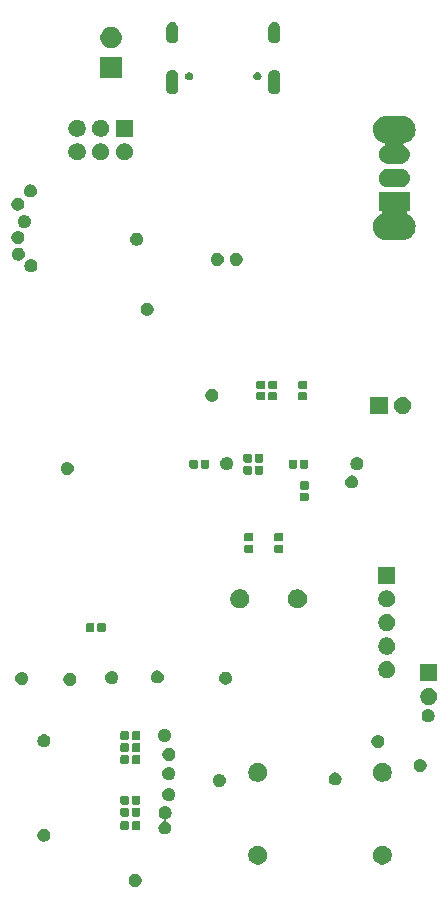
<source format=gbr>
G04 #@! TF.GenerationSoftware,KiCad,Pcbnew,(5.1.5)-3*
G04 #@! TF.CreationDate,2020-09-05T19:48:14+08:00*
G04 #@! TF.ProjectId,VS1053 Dev Brd,56533130-3533-4204-9465-76204272642e,rev?*
G04 #@! TF.SameCoordinates,Original*
G04 #@! TF.FileFunction,Soldermask,Bot*
G04 #@! TF.FilePolarity,Negative*
%FSLAX46Y46*%
G04 Gerber Fmt 4.6, Leading zero omitted, Abs format (unit mm)*
G04 Created by KiCad (PCBNEW (5.1.5)-3) date 2020-09-05 19:48:14*
%MOMM*%
%LPD*%
G04 APERTURE LIST*
%ADD10C,0.100000*%
G04 APERTURE END LIST*
D10*
G36*
X82126521Y-133912374D02*
G01*
X82226795Y-133953909D01*
X82226796Y-133953910D01*
X82317042Y-134014210D01*
X82393790Y-134090958D01*
X82393791Y-134090960D01*
X82454091Y-134181205D01*
X82495626Y-134281479D01*
X82516800Y-134387930D01*
X82516800Y-134496470D01*
X82495626Y-134602921D01*
X82454091Y-134703195D01*
X82454090Y-134703196D01*
X82393790Y-134793442D01*
X82317042Y-134870190D01*
X82271612Y-134900545D01*
X82226795Y-134930491D01*
X82126521Y-134972026D01*
X82020070Y-134993200D01*
X81911530Y-134993200D01*
X81805079Y-134972026D01*
X81704805Y-134930491D01*
X81659988Y-134900545D01*
X81614558Y-134870190D01*
X81537810Y-134793442D01*
X81477510Y-134703196D01*
X81477509Y-134703195D01*
X81435974Y-134602921D01*
X81414800Y-134496470D01*
X81414800Y-134387930D01*
X81435974Y-134281479D01*
X81477509Y-134181205D01*
X81537809Y-134090960D01*
X81537810Y-134090958D01*
X81614558Y-134014210D01*
X81704804Y-133953910D01*
X81704805Y-133953909D01*
X81805079Y-133912374D01*
X81911530Y-133891200D01*
X82020070Y-133891200D01*
X82126521Y-133912374D01*
G37*
G36*
X103129042Y-131538181D02*
G01*
X103274814Y-131598562D01*
X103274816Y-131598563D01*
X103406008Y-131686222D01*
X103517578Y-131797792D01*
X103605237Y-131928984D01*
X103605238Y-131928986D01*
X103665619Y-132074758D01*
X103696400Y-132229507D01*
X103696400Y-132387293D01*
X103665619Y-132542042D01*
X103605238Y-132687814D01*
X103605237Y-132687816D01*
X103517578Y-132819008D01*
X103406008Y-132930578D01*
X103274816Y-133018237D01*
X103274815Y-133018238D01*
X103274814Y-133018238D01*
X103129042Y-133078619D01*
X102974293Y-133109400D01*
X102816507Y-133109400D01*
X102661758Y-133078619D01*
X102515986Y-133018238D01*
X102515985Y-133018238D01*
X102515984Y-133018237D01*
X102384792Y-132930578D01*
X102273222Y-132819008D01*
X102185563Y-132687816D01*
X102185562Y-132687814D01*
X102125181Y-132542042D01*
X102094400Y-132387293D01*
X102094400Y-132229507D01*
X102125181Y-132074758D01*
X102185562Y-131928986D01*
X102185563Y-131928984D01*
X102273222Y-131797792D01*
X102384792Y-131686222D01*
X102515984Y-131598563D01*
X102515986Y-131598562D01*
X102661758Y-131538181D01*
X102816507Y-131507400D01*
X102974293Y-131507400D01*
X103129042Y-131538181D01*
G37*
G36*
X92588042Y-131538181D02*
G01*
X92733814Y-131598562D01*
X92733816Y-131598563D01*
X92865008Y-131686222D01*
X92976578Y-131797792D01*
X93064237Y-131928984D01*
X93064238Y-131928986D01*
X93124619Y-132074758D01*
X93155400Y-132229507D01*
X93155400Y-132387293D01*
X93124619Y-132542042D01*
X93064238Y-132687814D01*
X93064237Y-132687816D01*
X92976578Y-132819008D01*
X92865008Y-132930578D01*
X92733816Y-133018237D01*
X92733815Y-133018238D01*
X92733814Y-133018238D01*
X92588042Y-133078619D01*
X92433293Y-133109400D01*
X92275507Y-133109400D01*
X92120758Y-133078619D01*
X91974986Y-133018238D01*
X91974985Y-133018238D01*
X91974984Y-133018237D01*
X91843792Y-132930578D01*
X91732222Y-132819008D01*
X91644563Y-132687816D01*
X91644562Y-132687814D01*
X91584181Y-132542042D01*
X91553400Y-132387293D01*
X91553400Y-132229507D01*
X91584181Y-132074758D01*
X91644562Y-131928986D01*
X91644563Y-131928984D01*
X91732222Y-131797792D01*
X91843792Y-131686222D01*
X91974984Y-131598563D01*
X91974986Y-131598562D01*
X92120758Y-131538181D01*
X92275507Y-131507400D01*
X92433293Y-131507400D01*
X92588042Y-131538181D01*
G37*
G36*
X74395121Y-130089574D02*
G01*
X74495395Y-130131109D01*
X74535053Y-130157608D01*
X74585642Y-130191410D01*
X74662390Y-130268158D01*
X74662391Y-130268160D01*
X74722691Y-130358405D01*
X74764226Y-130458679D01*
X74785400Y-130565130D01*
X74785400Y-130673670D01*
X74764226Y-130780121D01*
X74722691Y-130880395D01*
X74722690Y-130880396D01*
X74662390Y-130970642D01*
X74585642Y-131047390D01*
X74540212Y-131077745D01*
X74495395Y-131107691D01*
X74395121Y-131149226D01*
X74288670Y-131170400D01*
X74180130Y-131170400D01*
X74073679Y-131149226D01*
X73973405Y-131107691D01*
X73928588Y-131077745D01*
X73883158Y-131047390D01*
X73806410Y-130970642D01*
X73746110Y-130880396D01*
X73746109Y-130880395D01*
X73704574Y-130780121D01*
X73683400Y-130673670D01*
X73683400Y-130565130D01*
X73704574Y-130458679D01*
X73746109Y-130358405D01*
X73806409Y-130268160D01*
X73806410Y-130268158D01*
X73883158Y-130191410D01*
X73933747Y-130157608D01*
X73973405Y-130131109D01*
X74073679Y-130089574D01*
X74180130Y-130068400D01*
X74288670Y-130068400D01*
X74395121Y-130089574D01*
G37*
G36*
X84666521Y-128171974D02*
G01*
X84766795Y-128213509D01*
X84766796Y-128213510D01*
X84857042Y-128273810D01*
X84933790Y-128350558D01*
X84949348Y-128373843D01*
X84994091Y-128440805D01*
X85035626Y-128541079D01*
X85056800Y-128647530D01*
X85056800Y-128756070D01*
X85035626Y-128862521D01*
X84994091Y-128962795D01*
X84994090Y-128962796D01*
X84933790Y-129053042D01*
X84857042Y-129129790D01*
X84811612Y-129160145D01*
X84766795Y-129190091D01*
X84664182Y-129232595D01*
X84645562Y-129238242D01*
X84623951Y-129249793D01*
X84605009Y-129265337D01*
X84589463Y-129284278D01*
X84577911Y-129305889D01*
X84570797Y-129329337D01*
X84568394Y-129353723D01*
X84570795Y-129378110D01*
X84577907Y-129401559D01*
X84589458Y-129423170D01*
X84605002Y-129442112D01*
X84623943Y-129457658D01*
X84645558Y-129469212D01*
X84741395Y-129508909D01*
X84741396Y-129508910D01*
X84831642Y-129569210D01*
X84908390Y-129645958D01*
X84908391Y-129645960D01*
X84968691Y-129736205D01*
X85010226Y-129836479D01*
X85031400Y-129942930D01*
X85031400Y-130051470D01*
X85010226Y-130157921D01*
X84968691Y-130258195D01*
X84938745Y-130303012D01*
X84908390Y-130348442D01*
X84831642Y-130425190D01*
X84786212Y-130455545D01*
X84741395Y-130485491D01*
X84641121Y-130527026D01*
X84534670Y-130548200D01*
X84426130Y-130548200D01*
X84319679Y-130527026D01*
X84219405Y-130485491D01*
X84174588Y-130455545D01*
X84129158Y-130425190D01*
X84052410Y-130348442D01*
X84022055Y-130303012D01*
X83992109Y-130258195D01*
X83950574Y-130157921D01*
X83929400Y-130051470D01*
X83929400Y-129942930D01*
X83950574Y-129836479D01*
X83992109Y-129736205D01*
X84052409Y-129645960D01*
X84052410Y-129645958D01*
X84129158Y-129569210D01*
X84219404Y-129508910D01*
X84219405Y-129508909D01*
X84322018Y-129466405D01*
X84340638Y-129460758D01*
X84362249Y-129449207D01*
X84381191Y-129433663D01*
X84396737Y-129414722D01*
X84408289Y-129393111D01*
X84415403Y-129369663D01*
X84417806Y-129345277D01*
X84415405Y-129320890D01*
X84408293Y-129297441D01*
X84396742Y-129275830D01*
X84381198Y-129256888D01*
X84362257Y-129241342D01*
X84340642Y-129229788D01*
X84244805Y-129190091D01*
X84199988Y-129160145D01*
X84154558Y-129129790D01*
X84077810Y-129053042D01*
X84017510Y-128962796D01*
X84017509Y-128962795D01*
X83975974Y-128862521D01*
X83954800Y-128756070D01*
X83954800Y-128647530D01*
X83975974Y-128541079D01*
X84017509Y-128440805D01*
X84062252Y-128373843D01*
X84077810Y-128350558D01*
X84154558Y-128273810D01*
X84244804Y-128213510D01*
X84244805Y-128213509D01*
X84345079Y-128171974D01*
X84451530Y-128150800D01*
X84560070Y-128150800D01*
X84666521Y-128171974D01*
G37*
G36*
X82301338Y-129451116D02*
G01*
X82321957Y-129457371D01*
X82340953Y-129467524D01*
X82357608Y-129481192D01*
X82371276Y-129497847D01*
X82381429Y-129516843D01*
X82387684Y-129537462D01*
X82390400Y-129565040D01*
X82390400Y-130073760D01*
X82387684Y-130101338D01*
X82381429Y-130121957D01*
X82371276Y-130140953D01*
X82357608Y-130157608D01*
X82340953Y-130171276D01*
X82321957Y-130181429D01*
X82301338Y-130187684D01*
X82273760Y-130190400D01*
X81815040Y-130190400D01*
X81787462Y-130187684D01*
X81766843Y-130181429D01*
X81747847Y-130171276D01*
X81731192Y-130157608D01*
X81717524Y-130140953D01*
X81707371Y-130121957D01*
X81701116Y-130101338D01*
X81698400Y-130073760D01*
X81698400Y-129565040D01*
X81701116Y-129537462D01*
X81707371Y-129516843D01*
X81717524Y-129497847D01*
X81731192Y-129481192D01*
X81747847Y-129467524D01*
X81766843Y-129457371D01*
X81787462Y-129451116D01*
X81815040Y-129448400D01*
X82273760Y-129448400D01*
X82301338Y-129451116D01*
G37*
G36*
X81331338Y-129451116D02*
G01*
X81351957Y-129457371D01*
X81370953Y-129467524D01*
X81387608Y-129481192D01*
X81401276Y-129497847D01*
X81411429Y-129516843D01*
X81417684Y-129537462D01*
X81420400Y-129565040D01*
X81420400Y-130073760D01*
X81417684Y-130101338D01*
X81411429Y-130121957D01*
X81401276Y-130140953D01*
X81387608Y-130157608D01*
X81370953Y-130171276D01*
X81351957Y-130181429D01*
X81331338Y-130187684D01*
X81303760Y-130190400D01*
X80845040Y-130190400D01*
X80817462Y-130187684D01*
X80796843Y-130181429D01*
X80777847Y-130171276D01*
X80761192Y-130157608D01*
X80747524Y-130140953D01*
X80737371Y-130121957D01*
X80731116Y-130101338D01*
X80728400Y-130073760D01*
X80728400Y-129565040D01*
X80731116Y-129537462D01*
X80737371Y-129516843D01*
X80747524Y-129497847D01*
X80761192Y-129481192D01*
X80777847Y-129467524D01*
X80796843Y-129457371D01*
X80817462Y-129451116D01*
X80845040Y-129448400D01*
X81303760Y-129448400D01*
X81331338Y-129451116D01*
G37*
G36*
X82301338Y-128308116D02*
G01*
X82321957Y-128314371D01*
X82340953Y-128324524D01*
X82357608Y-128338192D01*
X82371276Y-128354847D01*
X82381429Y-128373843D01*
X82387684Y-128394462D01*
X82390400Y-128422040D01*
X82390400Y-128930760D01*
X82387684Y-128958338D01*
X82381429Y-128978957D01*
X82371276Y-128997953D01*
X82357608Y-129014608D01*
X82340953Y-129028276D01*
X82321957Y-129038429D01*
X82301338Y-129044684D01*
X82273760Y-129047400D01*
X81815040Y-129047400D01*
X81787462Y-129044684D01*
X81766843Y-129038429D01*
X81747847Y-129028276D01*
X81731192Y-129014608D01*
X81717524Y-128997953D01*
X81707371Y-128978957D01*
X81701116Y-128958338D01*
X81698400Y-128930760D01*
X81698400Y-128422040D01*
X81701116Y-128394462D01*
X81707371Y-128373843D01*
X81717524Y-128354847D01*
X81731192Y-128338192D01*
X81747847Y-128324524D01*
X81766843Y-128314371D01*
X81787462Y-128308116D01*
X81815040Y-128305400D01*
X82273760Y-128305400D01*
X82301338Y-128308116D01*
G37*
G36*
X81331338Y-128308116D02*
G01*
X81351957Y-128314371D01*
X81370953Y-128324524D01*
X81387608Y-128338192D01*
X81401276Y-128354847D01*
X81411429Y-128373843D01*
X81417684Y-128394462D01*
X81420400Y-128422040D01*
X81420400Y-128930760D01*
X81417684Y-128958338D01*
X81411429Y-128978957D01*
X81401276Y-128997953D01*
X81387608Y-129014608D01*
X81370953Y-129028276D01*
X81351957Y-129038429D01*
X81331338Y-129044684D01*
X81303760Y-129047400D01*
X80845040Y-129047400D01*
X80817462Y-129044684D01*
X80796843Y-129038429D01*
X80777847Y-129028276D01*
X80761192Y-129014608D01*
X80747524Y-128997953D01*
X80737371Y-128978957D01*
X80731116Y-128958338D01*
X80728400Y-128930760D01*
X80728400Y-128422040D01*
X80731116Y-128394462D01*
X80737371Y-128373843D01*
X80747524Y-128354847D01*
X80761192Y-128338192D01*
X80777847Y-128324524D01*
X80796843Y-128314371D01*
X80817462Y-128308116D01*
X80845040Y-128305400D01*
X81303760Y-128305400D01*
X81331338Y-128308116D01*
G37*
G36*
X82301338Y-127292116D02*
G01*
X82321957Y-127298371D01*
X82340953Y-127308524D01*
X82357608Y-127322192D01*
X82371276Y-127338847D01*
X82381429Y-127357843D01*
X82387684Y-127378462D01*
X82390400Y-127406040D01*
X82390400Y-127914760D01*
X82387684Y-127942338D01*
X82381429Y-127962957D01*
X82371276Y-127981953D01*
X82357608Y-127998608D01*
X82340953Y-128012276D01*
X82321957Y-128022429D01*
X82301338Y-128028684D01*
X82273760Y-128031400D01*
X81815040Y-128031400D01*
X81787462Y-128028684D01*
X81766843Y-128022429D01*
X81747847Y-128012276D01*
X81731192Y-127998608D01*
X81717524Y-127981953D01*
X81707371Y-127962957D01*
X81701116Y-127942338D01*
X81698400Y-127914760D01*
X81698400Y-127406040D01*
X81701116Y-127378462D01*
X81707371Y-127357843D01*
X81717524Y-127338847D01*
X81731192Y-127322192D01*
X81747847Y-127308524D01*
X81766843Y-127298371D01*
X81787462Y-127292116D01*
X81815040Y-127289400D01*
X82273760Y-127289400D01*
X82301338Y-127292116D01*
G37*
G36*
X81331338Y-127292116D02*
G01*
X81351957Y-127298371D01*
X81370953Y-127308524D01*
X81387608Y-127322192D01*
X81401276Y-127338847D01*
X81411429Y-127357843D01*
X81417684Y-127378462D01*
X81420400Y-127406040D01*
X81420400Y-127914760D01*
X81417684Y-127942338D01*
X81411429Y-127962957D01*
X81401276Y-127981953D01*
X81387608Y-127998608D01*
X81370953Y-128012276D01*
X81351957Y-128022429D01*
X81331338Y-128028684D01*
X81303760Y-128031400D01*
X80845040Y-128031400D01*
X80817462Y-128028684D01*
X80796843Y-128022429D01*
X80777847Y-128012276D01*
X80761192Y-127998608D01*
X80747524Y-127981953D01*
X80737371Y-127962957D01*
X80731116Y-127942338D01*
X80728400Y-127914760D01*
X80728400Y-127406040D01*
X80731116Y-127378462D01*
X80737371Y-127357843D01*
X80747524Y-127338847D01*
X80761192Y-127322192D01*
X80777847Y-127308524D01*
X80796843Y-127298371D01*
X80817462Y-127292116D01*
X80845040Y-127289400D01*
X81303760Y-127289400D01*
X81331338Y-127292116D01*
G37*
G36*
X84971321Y-126647974D02*
G01*
X85071595Y-126689509D01*
X85071596Y-126689510D01*
X85161842Y-126749810D01*
X85238590Y-126826558D01*
X85238591Y-126826560D01*
X85298891Y-126916805D01*
X85340426Y-127017079D01*
X85361600Y-127123530D01*
X85361600Y-127232070D01*
X85340426Y-127338521D01*
X85298891Y-127438795D01*
X85268945Y-127483612D01*
X85238590Y-127529042D01*
X85161842Y-127605790D01*
X85116412Y-127636145D01*
X85071595Y-127666091D01*
X84971321Y-127707626D01*
X84864870Y-127728800D01*
X84756330Y-127728800D01*
X84649879Y-127707626D01*
X84549605Y-127666091D01*
X84504788Y-127636145D01*
X84459358Y-127605790D01*
X84382610Y-127529042D01*
X84352255Y-127483612D01*
X84322309Y-127438795D01*
X84280774Y-127338521D01*
X84259600Y-127232070D01*
X84259600Y-127123530D01*
X84280774Y-127017079D01*
X84322309Y-126916805D01*
X84382609Y-126826560D01*
X84382610Y-126826558D01*
X84459358Y-126749810D01*
X84549604Y-126689510D01*
X84549605Y-126689509D01*
X84649879Y-126647974D01*
X84756330Y-126626800D01*
X84864870Y-126626800D01*
X84971321Y-126647974D01*
G37*
G36*
X89263921Y-125454174D02*
G01*
X89364195Y-125495709D01*
X89364196Y-125495710D01*
X89454442Y-125556010D01*
X89531190Y-125632758D01*
X89549924Y-125660796D01*
X89591491Y-125723005D01*
X89633026Y-125823279D01*
X89654200Y-125929730D01*
X89654200Y-126038270D01*
X89633026Y-126144721D01*
X89591491Y-126244995D01*
X89591490Y-126244996D01*
X89531190Y-126335242D01*
X89454442Y-126411990D01*
X89409012Y-126442345D01*
X89364195Y-126472291D01*
X89263921Y-126513826D01*
X89157470Y-126535000D01*
X89048930Y-126535000D01*
X88942479Y-126513826D01*
X88842205Y-126472291D01*
X88797388Y-126442345D01*
X88751958Y-126411990D01*
X88675210Y-126335242D01*
X88614910Y-126244996D01*
X88614909Y-126244995D01*
X88573374Y-126144721D01*
X88552200Y-126038270D01*
X88552200Y-125929730D01*
X88573374Y-125823279D01*
X88614909Y-125723005D01*
X88656476Y-125660796D01*
X88675210Y-125632758D01*
X88751958Y-125556010D01*
X88842204Y-125495710D01*
X88842205Y-125495709D01*
X88942479Y-125454174D01*
X89048930Y-125433000D01*
X89157470Y-125433000D01*
X89263921Y-125454174D01*
G37*
G36*
X99068321Y-125327174D02*
G01*
X99168595Y-125368709D01*
X99168596Y-125368710D01*
X99258842Y-125429010D01*
X99335590Y-125505758D01*
X99335591Y-125505760D01*
X99395891Y-125596005D01*
X99437426Y-125696279D01*
X99458600Y-125802730D01*
X99458600Y-125911270D01*
X99437426Y-126017721D01*
X99395891Y-126117995D01*
X99395890Y-126117996D01*
X99335590Y-126208242D01*
X99258842Y-126284990D01*
X99213412Y-126315345D01*
X99168595Y-126345291D01*
X99068321Y-126386826D01*
X98961870Y-126408000D01*
X98853330Y-126408000D01*
X98746879Y-126386826D01*
X98646605Y-126345291D01*
X98601788Y-126315345D01*
X98556358Y-126284990D01*
X98479610Y-126208242D01*
X98419310Y-126117996D01*
X98419309Y-126117995D01*
X98377774Y-126017721D01*
X98356600Y-125911270D01*
X98356600Y-125802730D01*
X98377774Y-125696279D01*
X98419309Y-125596005D01*
X98479609Y-125505760D01*
X98479610Y-125505758D01*
X98556358Y-125429010D01*
X98646604Y-125368710D01*
X98646605Y-125368709D01*
X98746879Y-125327174D01*
X98853330Y-125306000D01*
X98961870Y-125306000D01*
X99068321Y-125327174D01*
G37*
G36*
X103129042Y-124538181D02*
G01*
X103274814Y-124598562D01*
X103274816Y-124598563D01*
X103406008Y-124686222D01*
X103517578Y-124797792D01*
X103593561Y-124911510D01*
X103605238Y-124928986D01*
X103665619Y-125074758D01*
X103696400Y-125229507D01*
X103696400Y-125387293D01*
X103665619Y-125542042D01*
X103616429Y-125660796D01*
X103605237Y-125687816D01*
X103517578Y-125819008D01*
X103406008Y-125930578D01*
X103274816Y-126018237D01*
X103274815Y-126018238D01*
X103274814Y-126018238D01*
X103129042Y-126078619D01*
X102974293Y-126109400D01*
X102816507Y-126109400D01*
X102661758Y-126078619D01*
X102515986Y-126018238D01*
X102515985Y-126018238D01*
X102515984Y-126018237D01*
X102384792Y-125930578D01*
X102273222Y-125819008D01*
X102185563Y-125687816D01*
X102174371Y-125660796D01*
X102125181Y-125542042D01*
X102094400Y-125387293D01*
X102094400Y-125229507D01*
X102125181Y-125074758D01*
X102185562Y-124928986D01*
X102197239Y-124911510D01*
X102273222Y-124797792D01*
X102384792Y-124686222D01*
X102515984Y-124598563D01*
X102515986Y-124598562D01*
X102661758Y-124538181D01*
X102816507Y-124507400D01*
X102974293Y-124507400D01*
X103129042Y-124538181D01*
G37*
G36*
X92588042Y-124538181D02*
G01*
X92733814Y-124598562D01*
X92733816Y-124598563D01*
X92865008Y-124686222D01*
X92976578Y-124797792D01*
X93052561Y-124911510D01*
X93064238Y-124928986D01*
X93124619Y-125074758D01*
X93155400Y-125229507D01*
X93155400Y-125387293D01*
X93124619Y-125542042D01*
X93075429Y-125660796D01*
X93064237Y-125687816D01*
X92976578Y-125819008D01*
X92865008Y-125930578D01*
X92733816Y-126018237D01*
X92733815Y-126018238D01*
X92733814Y-126018238D01*
X92588042Y-126078619D01*
X92433293Y-126109400D01*
X92275507Y-126109400D01*
X92120758Y-126078619D01*
X91974986Y-126018238D01*
X91974985Y-126018238D01*
X91974984Y-126018237D01*
X91843792Y-125930578D01*
X91732222Y-125819008D01*
X91644563Y-125687816D01*
X91633371Y-125660796D01*
X91584181Y-125542042D01*
X91553400Y-125387293D01*
X91553400Y-125229507D01*
X91584181Y-125074758D01*
X91644562Y-124928986D01*
X91656239Y-124911510D01*
X91732222Y-124797792D01*
X91843792Y-124686222D01*
X91974984Y-124598563D01*
X91974986Y-124598562D01*
X92120758Y-124538181D01*
X92275507Y-124507400D01*
X92433293Y-124507400D01*
X92588042Y-124538181D01*
G37*
G36*
X84971321Y-124869974D02*
G01*
X85071595Y-124911509D01*
X85071596Y-124911510D01*
X85161842Y-124971810D01*
X85238590Y-125048558D01*
X85238591Y-125048560D01*
X85298891Y-125138805D01*
X85340426Y-125239079D01*
X85361600Y-125345530D01*
X85361600Y-125454070D01*
X85340426Y-125560521D01*
X85298891Y-125660795D01*
X85298890Y-125660796D01*
X85238590Y-125751042D01*
X85161842Y-125827790D01*
X85116412Y-125858145D01*
X85071595Y-125888091D01*
X84971321Y-125929626D01*
X84864870Y-125950800D01*
X84756330Y-125950800D01*
X84649879Y-125929626D01*
X84549605Y-125888091D01*
X84504788Y-125858145D01*
X84459358Y-125827790D01*
X84382610Y-125751042D01*
X84322310Y-125660796D01*
X84322309Y-125660795D01*
X84280774Y-125560521D01*
X84259600Y-125454070D01*
X84259600Y-125345530D01*
X84280774Y-125239079D01*
X84322309Y-125138805D01*
X84382609Y-125048560D01*
X84382610Y-125048558D01*
X84459358Y-124971810D01*
X84549604Y-124911510D01*
X84549605Y-124911509D01*
X84649879Y-124869974D01*
X84756330Y-124848800D01*
X84864870Y-124848800D01*
X84971321Y-124869974D01*
G37*
G36*
X106256521Y-124184174D02*
G01*
X106356795Y-124225709D01*
X106356796Y-124225710D01*
X106447042Y-124286010D01*
X106523790Y-124362758D01*
X106523791Y-124362760D01*
X106584091Y-124453005D01*
X106625626Y-124553279D01*
X106646800Y-124659730D01*
X106646800Y-124768270D01*
X106625627Y-124874717D01*
X106584091Y-124974995D01*
X106584090Y-124974996D01*
X106523790Y-125065242D01*
X106447042Y-125141990D01*
X106401612Y-125172345D01*
X106356795Y-125202291D01*
X106256521Y-125243826D01*
X106150070Y-125265000D01*
X106041530Y-125265000D01*
X105935079Y-125243826D01*
X105834805Y-125202291D01*
X105789988Y-125172345D01*
X105744558Y-125141990D01*
X105667810Y-125065242D01*
X105607510Y-124974996D01*
X105607509Y-124974995D01*
X105565973Y-124874717D01*
X105544800Y-124768270D01*
X105544800Y-124659730D01*
X105565974Y-124553279D01*
X105607509Y-124453005D01*
X105667809Y-124362760D01*
X105667810Y-124362758D01*
X105744558Y-124286010D01*
X105834804Y-124225710D01*
X105834805Y-124225709D01*
X105935079Y-124184174D01*
X106041530Y-124163000D01*
X106150070Y-124163000D01*
X106256521Y-124184174D01*
G37*
G36*
X82301338Y-123863116D02*
G01*
X82321957Y-123869371D01*
X82340953Y-123879524D01*
X82357608Y-123893192D01*
X82371276Y-123909847D01*
X82381429Y-123928843D01*
X82387684Y-123949462D01*
X82390400Y-123977040D01*
X82390400Y-124485760D01*
X82387684Y-124513338D01*
X82381429Y-124533957D01*
X82371276Y-124552953D01*
X82357608Y-124569608D01*
X82340953Y-124583276D01*
X82321957Y-124593429D01*
X82301338Y-124599684D01*
X82273760Y-124602400D01*
X81815040Y-124602400D01*
X81787462Y-124599684D01*
X81766843Y-124593429D01*
X81747847Y-124583276D01*
X81731192Y-124569608D01*
X81717524Y-124552953D01*
X81707371Y-124533957D01*
X81701116Y-124513338D01*
X81698400Y-124485760D01*
X81698400Y-123977040D01*
X81701116Y-123949462D01*
X81707371Y-123928843D01*
X81717524Y-123909847D01*
X81731192Y-123893192D01*
X81747847Y-123879524D01*
X81766843Y-123869371D01*
X81787462Y-123863116D01*
X81815040Y-123860400D01*
X82273760Y-123860400D01*
X82301338Y-123863116D01*
G37*
G36*
X81331338Y-123863116D02*
G01*
X81351957Y-123869371D01*
X81370953Y-123879524D01*
X81387608Y-123893192D01*
X81401276Y-123909847D01*
X81411429Y-123928843D01*
X81417684Y-123949462D01*
X81420400Y-123977040D01*
X81420400Y-124485760D01*
X81417684Y-124513338D01*
X81411429Y-124533957D01*
X81401276Y-124552953D01*
X81387608Y-124569608D01*
X81370953Y-124583276D01*
X81351957Y-124593429D01*
X81331338Y-124599684D01*
X81303760Y-124602400D01*
X80845040Y-124602400D01*
X80817462Y-124599684D01*
X80796843Y-124593429D01*
X80777847Y-124583276D01*
X80761192Y-124569608D01*
X80747524Y-124552953D01*
X80737371Y-124533957D01*
X80731116Y-124513338D01*
X80728400Y-124485760D01*
X80728400Y-123977040D01*
X80731116Y-123949462D01*
X80737371Y-123928843D01*
X80747524Y-123909847D01*
X80761192Y-123893192D01*
X80777847Y-123879524D01*
X80796843Y-123869371D01*
X80817462Y-123863116D01*
X80845040Y-123860400D01*
X81303760Y-123860400D01*
X81331338Y-123863116D01*
G37*
G36*
X84996721Y-123244374D02*
G01*
X85096995Y-123285909D01*
X85096996Y-123285910D01*
X85187242Y-123346210D01*
X85263990Y-123422958D01*
X85263991Y-123422960D01*
X85324291Y-123513205D01*
X85365826Y-123613479D01*
X85387000Y-123719930D01*
X85387000Y-123828470D01*
X85365826Y-123934921D01*
X85324291Y-124035195D01*
X85324290Y-124035196D01*
X85263990Y-124125442D01*
X85187242Y-124202190D01*
X85141812Y-124232545D01*
X85096995Y-124262491D01*
X84996721Y-124304026D01*
X84890270Y-124325200D01*
X84781730Y-124325200D01*
X84675279Y-124304026D01*
X84575005Y-124262491D01*
X84530188Y-124232545D01*
X84484758Y-124202190D01*
X84408010Y-124125442D01*
X84347710Y-124035196D01*
X84347709Y-124035195D01*
X84306174Y-123934921D01*
X84285000Y-123828470D01*
X84285000Y-123719930D01*
X84306174Y-123613479D01*
X84347709Y-123513205D01*
X84408009Y-123422960D01*
X84408010Y-123422958D01*
X84484758Y-123346210D01*
X84575004Y-123285910D01*
X84575005Y-123285909D01*
X84675279Y-123244374D01*
X84781730Y-123223200D01*
X84890270Y-123223200D01*
X84996721Y-123244374D01*
G37*
G36*
X81331338Y-122847116D02*
G01*
X81351957Y-122853371D01*
X81370953Y-122863524D01*
X81387608Y-122877192D01*
X81401276Y-122893847D01*
X81411429Y-122912843D01*
X81417684Y-122933462D01*
X81420400Y-122961040D01*
X81420400Y-123469760D01*
X81417684Y-123497338D01*
X81411429Y-123517957D01*
X81401276Y-123536953D01*
X81387608Y-123553608D01*
X81370953Y-123567276D01*
X81351957Y-123577429D01*
X81331338Y-123583684D01*
X81303760Y-123586400D01*
X80845040Y-123586400D01*
X80817462Y-123583684D01*
X80796843Y-123577429D01*
X80777847Y-123567276D01*
X80761192Y-123553608D01*
X80747524Y-123536953D01*
X80737371Y-123517957D01*
X80731116Y-123497338D01*
X80728400Y-123469760D01*
X80728400Y-122961040D01*
X80731116Y-122933462D01*
X80737371Y-122912843D01*
X80747524Y-122893847D01*
X80761192Y-122877192D01*
X80777847Y-122863524D01*
X80796843Y-122853371D01*
X80817462Y-122847116D01*
X80845040Y-122844400D01*
X81303760Y-122844400D01*
X81331338Y-122847116D01*
G37*
G36*
X82301338Y-122847116D02*
G01*
X82321957Y-122853371D01*
X82340953Y-122863524D01*
X82357608Y-122877192D01*
X82371276Y-122893847D01*
X82381429Y-122912843D01*
X82387684Y-122933462D01*
X82390400Y-122961040D01*
X82390400Y-123469760D01*
X82387684Y-123497338D01*
X82381429Y-123517957D01*
X82371276Y-123536953D01*
X82357608Y-123553608D01*
X82340953Y-123567276D01*
X82321957Y-123577429D01*
X82301338Y-123583684D01*
X82273760Y-123586400D01*
X81815040Y-123586400D01*
X81787462Y-123583684D01*
X81766843Y-123577429D01*
X81747847Y-123567276D01*
X81731192Y-123553608D01*
X81717524Y-123536953D01*
X81707371Y-123517957D01*
X81701116Y-123497338D01*
X81698400Y-123469760D01*
X81698400Y-122961040D01*
X81701116Y-122933462D01*
X81707371Y-122912843D01*
X81717524Y-122893847D01*
X81731192Y-122877192D01*
X81747847Y-122863524D01*
X81766843Y-122853371D01*
X81787462Y-122847116D01*
X81815040Y-122844400D01*
X82273760Y-122844400D01*
X82301338Y-122847116D01*
G37*
G36*
X102675121Y-122152174D02*
G01*
X102775395Y-122193709D01*
X102775396Y-122193710D01*
X102865642Y-122254010D01*
X102942390Y-122330758D01*
X102942391Y-122330760D01*
X103002691Y-122421005D01*
X103044226Y-122521279D01*
X103065400Y-122627730D01*
X103065400Y-122736270D01*
X103044226Y-122842721D01*
X103002691Y-122942995D01*
X102984219Y-122970640D01*
X102942390Y-123033242D01*
X102865642Y-123109990D01*
X102820212Y-123140345D01*
X102775395Y-123170291D01*
X102675121Y-123211826D01*
X102568670Y-123233000D01*
X102460130Y-123233000D01*
X102353679Y-123211826D01*
X102253405Y-123170291D01*
X102208588Y-123140345D01*
X102163158Y-123109990D01*
X102086410Y-123033242D01*
X102044581Y-122970640D01*
X102026109Y-122942995D01*
X101984574Y-122842721D01*
X101963400Y-122736270D01*
X101963400Y-122627730D01*
X101984574Y-122521279D01*
X102026109Y-122421005D01*
X102086409Y-122330760D01*
X102086410Y-122330758D01*
X102163158Y-122254010D01*
X102253404Y-122193710D01*
X102253405Y-122193709D01*
X102353679Y-122152174D01*
X102460130Y-122131000D01*
X102568670Y-122131000D01*
X102675121Y-122152174D01*
G37*
G36*
X74395121Y-122089574D02*
G01*
X74495395Y-122131109D01*
X74495396Y-122131110D01*
X74585642Y-122191410D01*
X74662390Y-122268158D01*
X74662391Y-122268160D01*
X74722691Y-122358405D01*
X74764226Y-122458679D01*
X74785400Y-122565130D01*
X74785400Y-122673670D01*
X74764226Y-122780121D01*
X74722691Y-122880395D01*
X74712885Y-122895071D01*
X74662390Y-122970642D01*
X74585642Y-123047390D01*
X74540212Y-123077745D01*
X74495395Y-123107691D01*
X74395121Y-123149226D01*
X74288670Y-123170400D01*
X74180130Y-123170400D01*
X74073679Y-123149226D01*
X73973405Y-123107691D01*
X73928588Y-123077745D01*
X73883158Y-123047390D01*
X73806410Y-122970642D01*
X73755915Y-122895071D01*
X73746109Y-122880395D01*
X73704574Y-122780121D01*
X73683400Y-122673670D01*
X73683400Y-122565130D01*
X73704574Y-122458679D01*
X73746109Y-122358405D01*
X73806409Y-122268160D01*
X73806410Y-122268158D01*
X73883158Y-122191410D01*
X73973404Y-122131110D01*
X73973405Y-122131109D01*
X74073679Y-122089574D01*
X74180130Y-122068400D01*
X74288670Y-122068400D01*
X74395121Y-122089574D01*
G37*
G36*
X84615721Y-121644174D02*
G01*
X84715995Y-121685709D01*
X84715996Y-121685710D01*
X84806242Y-121746010D01*
X84882990Y-121822758D01*
X84888981Y-121831724D01*
X84943291Y-121913005D01*
X84984826Y-122013279D01*
X85006000Y-122119730D01*
X85006000Y-122228270D01*
X84984826Y-122334721D01*
X84943291Y-122434995D01*
X84927466Y-122458679D01*
X84882990Y-122525242D01*
X84806242Y-122601990D01*
X84767719Y-122627730D01*
X84715995Y-122662291D01*
X84615721Y-122703826D01*
X84509270Y-122725000D01*
X84400730Y-122725000D01*
X84294279Y-122703826D01*
X84194005Y-122662291D01*
X84142281Y-122627730D01*
X84103758Y-122601990D01*
X84027010Y-122525242D01*
X83982534Y-122458679D01*
X83966709Y-122434995D01*
X83925174Y-122334721D01*
X83904000Y-122228270D01*
X83904000Y-122119730D01*
X83925174Y-122013279D01*
X83966709Y-121913005D01*
X84021019Y-121831724D01*
X84027010Y-121822758D01*
X84103758Y-121746010D01*
X84194004Y-121685710D01*
X84194005Y-121685709D01*
X84294279Y-121644174D01*
X84400730Y-121623000D01*
X84509270Y-121623000D01*
X84615721Y-121644174D01*
G37*
G36*
X81331338Y-121831116D02*
G01*
X81351957Y-121837371D01*
X81370953Y-121847524D01*
X81387608Y-121861192D01*
X81401276Y-121877847D01*
X81411429Y-121896843D01*
X81417684Y-121917462D01*
X81420400Y-121945040D01*
X81420400Y-122453760D01*
X81417684Y-122481338D01*
X81411429Y-122501957D01*
X81401276Y-122520953D01*
X81387608Y-122537608D01*
X81370953Y-122551276D01*
X81351957Y-122561429D01*
X81331338Y-122567684D01*
X81303760Y-122570400D01*
X80845040Y-122570400D01*
X80817462Y-122567684D01*
X80796843Y-122561429D01*
X80777847Y-122551276D01*
X80761192Y-122537608D01*
X80747524Y-122520953D01*
X80737371Y-122501957D01*
X80731116Y-122481338D01*
X80728400Y-122453760D01*
X80728400Y-121945040D01*
X80731116Y-121917462D01*
X80737371Y-121896843D01*
X80747524Y-121877847D01*
X80761192Y-121861192D01*
X80777847Y-121847524D01*
X80796843Y-121837371D01*
X80817462Y-121831116D01*
X80845040Y-121828400D01*
X81303760Y-121828400D01*
X81331338Y-121831116D01*
G37*
G36*
X82301338Y-121831116D02*
G01*
X82321957Y-121837371D01*
X82340953Y-121847524D01*
X82357608Y-121861192D01*
X82371276Y-121877847D01*
X82381429Y-121896843D01*
X82387684Y-121917462D01*
X82390400Y-121945040D01*
X82390400Y-122453760D01*
X82387684Y-122481338D01*
X82381429Y-122501957D01*
X82371276Y-122520953D01*
X82357608Y-122537608D01*
X82340953Y-122551276D01*
X82321957Y-122561429D01*
X82301338Y-122567684D01*
X82273760Y-122570400D01*
X81815040Y-122570400D01*
X81787462Y-122567684D01*
X81766843Y-122561429D01*
X81747847Y-122551276D01*
X81731192Y-122537608D01*
X81717524Y-122520953D01*
X81707371Y-122501957D01*
X81701116Y-122481338D01*
X81698400Y-122453760D01*
X81698400Y-121945040D01*
X81701116Y-121917462D01*
X81707371Y-121896843D01*
X81717524Y-121877847D01*
X81731192Y-121861192D01*
X81747847Y-121847524D01*
X81766843Y-121837371D01*
X81787462Y-121831116D01*
X81815040Y-121828400D01*
X82273760Y-121828400D01*
X82301338Y-121831116D01*
G37*
G36*
X106942321Y-119967774D02*
G01*
X107042595Y-120009309D01*
X107042596Y-120009310D01*
X107132842Y-120069610D01*
X107209590Y-120146358D01*
X107209591Y-120146360D01*
X107269891Y-120236605D01*
X107311426Y-120336879D01*
X107332600Y-120443330D01*
X107332600Y-120551870D01*
X107311426Y-120658321D01*
X107269891Y-120758595D01*
X107269890Y-120758596D01*
X107209590Y-120848842D01*
X107132842Y-120925590D01*
X107087412Y-120955945D01*
X107042595Y-120985891D01*
X106942321Y-121027426D01*
X106835870Y-121048600D01*
X106727330Y-121048600D01*
X106620879Y-121027426D01*
X106520605Y-120985891D01*
X106475788Y-120955945D01*
X106430358Y-120925590D01*
X106353610Y-120848842D01*
X106293310Y-120758596D01*
X106293309Y-120758595D01*
X106251774Y-120658321D01*
X106230600Y-120551870D01*
X106230600Y-120443330D01*
X106251774Y-120336879D01*
X106293309Y-120236605D01*
X106353609Y-120146360D01*
X106353610Y-120146358D01*
X106430358Y-120069610D01*
X106520604Y-120009310D01*
X106520605Y-120009309D01*
X106620879Y-119967774D01*
X106727330Y-119946600D01*
X106835870Y-119946600D01*
X106942321Y-119967774D01*
G37*
G36*
X107044166Y-118167299D02*
G01*
X107176288Y-118222026D01*
X107176290Y-118222027D01*
X107295198Y-118301479D01*
X107396321Y-118402602D01*
X107396322Y-118402604D01*
X107475774Y-118521512D01*
X107530501Y-118653634D01*
X107558400Y-118793894D01*
X107558400Y-118936906D01*
X107530501Y-119077166D01*
X107475774Y-119209288D01*
X107475773Y-119209290D01*
X107396321Y-119328198D01*
X107295198Y-119429321D01*
X107176290Y-119508773D01*
X107176289Y-119508774D01*
X107176288Y-119508774D01*
X107044166Y-119563501D01*
X106903906Y-119591400D01*
X106760894Y-119591400D01*
X106620634Y-119563501D01*
X106488512Y-119508774D01*
X106488511Y-119508774D01*
X106488510Y-119508773D01*
X106369602Y-119429321D01*
X106268479Y-119328198D01*
X106189027Y-119209290D01*
X106189026Y-119209288D01*
X106134299Y-119077166D01*
X106106400Y-118936906D01*
X106106400Y-118793894D01*
X106134299Y-118653634D01*
X106189026Y-118521512D01*
X106268478Y-118402604D01*
X106268479Y-118402602D01*
X106369602Y-118301479D01*
X106488510Y-118222027D01*
X106488512Y-118222026D01*
X106620634Y-118167299D01*
X106760894Y-118139400D01*
X106903906Y-118139400D01*
X107044166Y-118167299D01*
G37*
G36*
X76614721Y-116894374D02*
G01*
X76714995Y-116935909D01*
X76751057Y-116960005D01*
X76805242Y-116996210D01*
X76881990Y-117072958D01*
X76881991Y-117072960D01*
X76942291Y-117163205D01*
X76983826Y-117263479D01*
X77005000Y-117369930D01*
X77005000Y-117478470D01*
X76983826Y-117584921D01*
X76942291Y-117685195D01*
X76912345Y-117730012D01*
X76881990Y-117775442D01*
X76805242Y-117852190D01*
X76773199Y-117873600D01*
X76714995Y-117912491D01*
X76614721Y-117954026D01*
X76508270Y-117975200D01*
X76399730Y-117975200D01*
X76293279Y-117954026D01*
X76193005Y-117912491D01*
X76134801Y-117873600D01*
X76102758Y-117852190D01*
X76026010Y-117775442D01*
X75995655Y-117730012D01*
X75965709Y-117685195D01*
X75924174Y-117584921D01*
X75903000Y-117478470D01*
X75903000Y-117369930D01*
X75924174Y-117263479D01*
X75965709Y-117163205D01*
X76026009Y-117072960D01*
X76026010Y-117072958D01*
X76102758Y-116996210D01*
X76156943Y-116960005D01*
X76193005Y-116935909D01*
X76293279Y-116894374D01*
X76399730Y-116873200D01*
X76508270Y-116873200D01*
X76614721Y-116894374D01*
G37*
G36*
X72525321Y-116818174D02*
G01*
X72625595Y-116859709D01*
X72670412Y-116889655D01*
X72715842Y-116920010D01*
X72792590Y-116996758D01*
X72792591Y-116996760D01*
X72852891Y-117087005D01*
X72894426Y-117187279D01*
X72915600Y-117293730D01*
X72915600Y-117402270D01*
X72894426Y-117508721D01*
X72852891Y-117608995D01*
X72852890Y-117608996D01*
X72792590Y-117699242D01*
X72715842Y-117775990D01*
X72677476Y-117801625D01*
X72625595Y-117836291D01*
X72525321Y-117877826D01*
X72418870Y-117899000D01*
X72310330Y-117899000D01*
X72203879Y-117877826D01*
X72103605Y-117836291D01*
X72051724Y-117801625D01*
X72013358Y-117775990D01*
X71936610Y-117699242D01*
X71876310Y-117608996D01*
X71876309Y-117608995D01*
X71834774Y-117508721D01*
X71813600Y-117402270D01*
X71813600Y-117293730D01*
X71834774Y-117187279D01*
X71876309Y-117087005D01*
X71936609Y-116996760D01*
X71936610Y-116996758D01*
X72013358Y-116920010D01*
X72058788Y-116889655D01*
X72103605Y-116859709D01*
X72203879Y-116818174D01*
X72310330Y-116797000D01*
X72418870Y-116797000D01*
X72525321Y-116818174D01*
G37*
G36*
X89797321Y-116792774D02*
G01*
X89897595Y-116834309D01*
X89911814Y-116843810D01*
X89987842Y-116894610D01*
X90064590Y-116971358D01*
X90081563Y-116996760D01*
X90124891Y-117061605D01*
X90166426Y-117161879D01*
X90187600Y-117268330D01*
X90187600Y-117376870D01*
X90166426Y-117483321D01*
X90124891Y-117583595D01*
X90098535Y-117623040D01*
X90064590Y-117673842D01*
X89987842Y-117750590D01*
X89955799Y-117772000D01*
X89897595Y-117810891D01*
X89797321Y-117852426D01*
X89690870Y-117873600D01*
X89582330Y-117873600D01*
X89475879Y-117852426D01*
X89375605Y-117810891D01*
X89317401Y-117772000D01*
X89285358Y-117750590D01*
X89208610Y-117673842D01*
X89174665Y-117623040D01*
X89148309Y-117583595D01*
X89106774Y-117483321D01*
X89085600Y-117376870D01*
X89085600Y-117268330D01*
X89106774Y-117161879D01*
X89148309Y-117061605D01*
X89191637Y-116996760D01*
X89208610Y-116971358D01*
X89285358Y-116894610D01*
X89361386Y-116843810D01*
X89375605Y-116834309D01*
X89475879Y-116792774D01*
X89582330Y-116771600D01*
X89690870Y-116771600D01*
X89797321Y-116792774D01*
G37*
G36*
X80145321Y-116741974D02*
G01*
X80245595Y-116783509D01*
X80290412Y-116813455D01*
X80335842Y-116843810D01*
X80412590Y-116920558D01*
X80412591Y-116920560D01*
X80472891Y-117010805D01*
X80514426Y-117111079D01*
X80535600Y-117217530D01*
X80535600Y-117326070D01*
X80514426Y-117432521D01*
X80472891Y-117532795D01*
X80472890Y-117532796D01*
X80412590Y-117623042D01*
X80335842Y-117699790D01*
X80290412Y-117730145D01*
X80245595Y-117760091D01*
X80145321Y-117801626D01*
X80038870Y-117822800D01*
X79930330Y-117822800D01*
X79823879Y-117801626D01*
X79723605Y-117760091D01*
X79678788Y-117730145D01*
X79633358Y-117699790D01*
X79556610Y-117623042D01*
X79496310Y-117532796D01*
X79496309Y-117532795D01*
X79454774Y-117432521D01*
X79433600Y-117326070D01*
X79433600Y-117217530D01*
X79454774Y-117111079D01*
X79496309Y-117010805D01*
X79556609Y-116920560D01*
X79556610Y-116920558D01*
X79633358Y-116843810D01*
X79678788Y-116813455D01*
X79723605Y-116783509D01*
X79823879Y-116741974D01*
X79930330Y-116720800D01*
X80038870Y-116720800D01*
X80145321Y-116741974D01*
G37*
G36*
X84006121Y-116691174D02*
G01*
X84106395Y-116732709D01*
X84106396Y-116732710D01*
X84196642Y-116793010D01*
X84273390Y-116869758D01*
X84273391Y-116869760D01*
X84333691Y-116960005D01*
X84375226Y-117060279D01*
X84396400Y-117166730D01*
X84396400Y-117275270D01*
X84375226Y-117381721D01*
X84333691Y-117481995D01*
X84333690Y-117481996D01*
X84273390Y-117572242D01*
X84196642Y-117648990D01*
X84159451Y-117673840D01*
X84106395Y-117709291D01*
X84006121Y-117750826D01*
X83899670Y-117772000D01*
X83791130Y-117772000D01*
X83684679Y-117750826D01*
X83584405Y-117709291D01*
X83531349Y-117673840D01*
X83494158Y-117648990D01*
X83417410Y-117572242D01*
X83357110Y-117481996D01*
X83357109Y-117481995D01*
X83315574Y-117381721D01*
X83294400Y-117275270D01*
X83294400Y-117166730D01*
X83315574Y-117060279D01*
X83357109Y-116960005D01*
X83417409Y-116869760D01*
X83417410Y-116869758D01*
X83494158Y-116793010D01*
X83584404Y-116732710D01*
X83584405Y-116732709D01*
X83684679Y-116691174D01*
X83791130Y-116670000D01*
X83899670Y-116670000D01*
X84006121Y-116691174D01*
G37*
G36*
X107558400Y-117591400D02*
G01*
X106106400Y-117591400D01*
X106106400Y-116139400D01*
X107558400Y-116139400D01*
X107558400Y-117591400D01*
G37*
G36*
X103488166Y-115912299D02*
G01*
X103620288Y-115967026D01*
X103620290Y-115967027D01*
X103739198Y-116046479D01*
X103840321Y-116147602D01*
X103840322Y-116147604D01*
X103919774Y-116266512D01*
X103974501Y-116398634D01*
X104002400Y-116538894D01*
X104002400Y-116681906D01*
X103974501Y-116822166D01*
X103927387Y-116935909D01*
X103919773Y-116954290D01*
X103840321Y-117073198D01*
X103739198Y-117174321D01*
X103620290Y-117253773D01*
X103620289Y-117253774D01*
X103620288Y-117253774D01*
X103488166Y-117308501D01*
X103347906Y-117336400D01*
X103204894Y-117336400D01*
X103064634Y-117308501D01*
X102932512Y-117253774D01*
X102932511Y-117253774D01*
X102932510Y-117253773D01*
X102813602Y-117174321D01*
X102712479Y-117073198D01*
X102633027Y-116954290D01*
X102625413Y-116935909D01*
X102578299Y-116822166D01*
X102550400Y-116681906D01*
X102550400Y-116538894D01*
X102578299Y-116398634D01*
X102633026Y-116266512D01*
X102712478Y-116147604D01*
X102712479Y-116147602D01*
X102813602Y-116046479D01*
X102932510Y-115967027D01*
X102932512Y-115967026D01*
X103064634Y-115912299D01*
X103204894Y-115884400D01*
X103347906Y-115884400D01*
X103488166Y-115912299D01*
G37*
G36*
X103488166Y-113912299D02*
G01*
X103620288Y-113967026D01*
X103620290Y-113967027D01*
X103739198Y-114046479D01*
X103840321Y-114147602D01*
X103840322Y-114147604D01*
X103919774Y-114266512D01*
X103974501Y-114398634D01*
X104002400Y-114538894D01*
X104002400Y-114681906D01*
X103974501Y-114822166D01*
X103919774Y-114954288D01*
X103919773Y-114954290D01*
X103840321Y-115073198D01*
X103739198Y-115174321D01*
X103620290Y-115253773D01*
X103620289Y-115253774D01*
X103620288Y-115253774D01*
X103488166Y-115308501D01*
X103347906Y-115336400D01*
X103204894Y-115336400D01*
X103064634Y-115308501D01*
X102932512Y-115253774D01*
X102932511Y-115253774D01*
X102932510Y-115253773D01*
X102813602Y-115174321D01*
X102712479Y-115073198D01*
X102633027Y-114954290D01*
X102633026Y-114954288D01*
X102578299Y-114822166D01*
X102550400Y-114681906D01*
X102550400Y-114538894D01*
X102578299Y-114398634D01*
X102633026Y-114266512D01*
X102712478Y-114147604D01*
X102712479Y-114147602D01*
X102813602Y-114046479D01*
X102932510Y-113967027D01*
X102932512Y-113967026D01*
X103064634Y-113912299D01*
X103204894Y-113884400D01*
X103347906Y-113884400D01*
X103488166Y-113912299D01*
G37*
G36*
X78410338Y-112687116D02*
G01*
X78430957Y-112693371D01*
X78449953Y-112703524D01*
X78466608Y-112717192D01*
X78480276Y-112733847D01*
X78490429Y-112752843D01*
X78496684Y-112773462D01*
X78499400Y-112801040D01*
X78499400Y-113309760D01*
X78496684Y-113337338D01*
X78490429Y-113357957D01*
X78480276Y-113376953D01*
X78466608Y-113393608D01*
X78449953Y-113407276D01*
X78430957Y-113417429D01*
X78410338Y-113423684D01*
X78382760Y-113426400D01*
X77924040Y-113426400D01*
X77896462Y-113423684D01*
X77875843Y-113417429D01*
X77856847Y-113407276D01*
X77840192Y-113393608D01*
X77826524Y-113376953D01*
X77816371Y-113357957D01*
X77810116Y-113337338D01*
X77807400Y-113309760D01*
X77807400Y-112801040D01*
X77810116Y-112773462D01*
X77816371Y-112752843D01*
X77826524Y-112733847D01*
X77840192Y-112717192D01*
X77856847Y-112703524D01*
X77875843Y-112693371D01*
X77896462Y-112687116D01*
X77924040Y-112684400D01*
X78382760Y-112684400D01*
X78410338Y-112687116D01*
G37*
G36*
X79380338Y-112687116D02*
G01*
X79400957Y-112693371D01*
X79419953Y-112703524D01*
X79436608Y-112717192D01*
X79450276Y-112733847D01*
X79460429Y-112752843D01*
X79466684Y-112773462D01*
X79469400Y-112801040D01*
X79469400Y-113309760D01*
X79466684Y-113337338D01*
X79460429Y-113357957D01*
X79450276Y-113376953D01*
X79436608Y-113393608D01*
X79419953Y-113407276D01*
X79400957Y-113417429D01*
X79380338Y-113423684D01*
X79352760Y-113426400D01*
X78894040Y-113426400D01*
X78866462Y-113423684D01*
X78845843Y-113417429D01*
X78826847Y-113407276D01*
X78810192Y-113393608D01*
X78796524Y-113376953D01*
X78786371Y-113357957D01*
X78780116Y-113337338D01*
X78777400Y-113309760D01*
X78777400Y-112801040D01*
X78780116Y-112773462D01*
X78786371Y-112752843D01*
X78796524Y-112733847D01*
X78810192Y-112717192D01*
X78826847Y-112703524D01*
X78845843Y-112693371D01*
X78866462Y-112687116D01*
X78894040Y-112684400D01*
X79352760Y-112684400D01*
X79380338Y-112687116D01*
G37*
G36*
X103488166Y-111912299D02*
G01*
X103620288Y-111967026D01*
X103620290Y-111967027D01*
X103739198Y-112046479D01*
X103840321Y-112147602D01*
X103840322Y-112147604D01*
X103919774Y-112266512D01*
X103974501Y-112398634D01*
X104002400Y-112538894D01*
X104002400Y-112681906D01*
X103974501Y-112822166D01*
X103919774Y-112954288D01*
X103919773Y-112954290D01*
X103840321Y-113073198D01*
X103739198Y-113174321D01*
X103620290Y-113253773D01*
X103620289Y-113253774D01*
X103620288Y-113253774D01*
X103488166Y-113308501D01*
X103347906Y-113336400D01*
X103204894Y-113336400D01*
X103064634Y-113308501D01*
X102932512Y-113253774D01*
X102932511Y-113253774D01*
X102932510Y-113253773D01*
X102813602Y-113174321D01*
X102712479Y-113073198D01*
X102633027Y-112954290D01*
X102633026Y-112954288D01*
X102578299Y-112822166D01*
X102550400Y-112681906D01*
X102550400Y-112538894D01*
X102578299Y-112398634D01*
X102633026Y-112266512D01*
X102712478Y-112147604D01*
X102712479Y-112147602D01*
X102813602Y-112046479D01*
X102932510Y-111967027D01*
X102932512Y-111967026D01*
X103064634Y-111912299D01*
X103204894Y-111884400D01*
X103347906Y-111884400D01*
X103488166Y-111912299D01*
G37*
G36*
X91064042Y-109846781D02*
G01*
X91209814Y-109907162D01*
X91209816Y-109907163D01*
X91341008Y-109994822D01*
X91452578Y-110106392D01*
X91540237Y-110237584D01*
X91540238Y-110237586D01*
X91600619Y-110383358D01*
X91631400Y-110538107D01*
X91631400Y-110695893D01*
X91600619Y-110850642D01*
X91557687Y-110954288D01*
X91540237Y-110996416D01*
X91452578Y-111127608D01*
X91341008Y-111239178D01*
X91209816Y-111326837D01*
X91209815Y-111326838D01*
X91209814Y-111326838D01*
X91064042Y-111387219D01*
X90909293Y-111418000D01*
X90751507Y-111418000D01*
X90596758Y-111387219D01*
X90450986Y-111326838D01*
X90450985Y-111326838D01*
X90450984Y-111326837D01*
X90319792Y-111239178D01*
X90208222Y-111127608D01*
X90120563Y-110996416D01*
X90103113Y-110954288D01*
X90060181Y-110850642D01*
X90029400Y-110695893D01*
X90029400Y-110538107D01*
X90060181Y-110383358D01*
X90120562Y-110237586D01*
X90120563Y-110237584D01*
X90208222Y-110106392D01*
X90319792Y-109994822D01*
X90450984Y-109907163D01*
X90450986Y-109907162D01*
X90596758Y-109846781D01*
X90751507Y-109816000D01*
X90909293Y-109816000D01*
X91064042Y-109846781D01*
G37*
G36*
X95944042Y-109846781D02*
G01*
X96089814Y-109907162D01*
X96089816Y-109907163D01*
X96221008Y-109994822D01*
X96332578Y-110106392D01*
X96420237Y-110237584D01*
X96420238Y-110237586D01*
X96480619Y-110383358D01*
X96511400Y-110538107D01*
X96511400Y-110695893D01*
X96480619Y-110850642D01*
X96437687Y-110954288D01*
X96420237Y-110996416D01*
X96332578Y-111127608D01*
X96221008Y-111239178D01*
X96089816Y-111326837D01*
X96089815Y-111326838D01*
X96089814Y-111326838D01*
X95944042Y-111387219D01*
X95789293Y-111418000D01*
X95631507Y-111418000D01*
X95476758Y-111387219D01*
X95330986Y-111326838D01*
X95330985Y-111326838D01*
X95330984Y-111326837D01*
X95199792Y-111239178D01*
X95088222Y-111127608D01*
X95000563Y-110996416D01*
X94983113Y-110954288D01*
X94940181Y-110850642D01*
X94909400Y-110695893D01*
X94909400Y-110538107D01*
X94940181Y-110383358D01*
X95000562Y-110237586D01*
X95000563Y-110237584D01*
X95088222Y-110106392D01*
X95199792Y-109994822D01*
X95330984Y-109907163D01*
X95330986Y-109907162D01*
X95476758Y-109846781D01*
X95631507Y-109816000D01*
X95789293Y-109816000D01*
X95944042Y-109846781D01*
G37*
G36*
X103488166Y-109912299D02*
G01*
X103620288Y-109967026D01*
X103620290Y-109967027D01*
X103739198Y-110046479D01*
X103840321Y-110147602D01*
X103919773Y-110266510D01*
X103919774Y-110266512D01*
X103974501Y-110398634D01*
X104002400Y-110538894D01*
X104002400Y-110681906D01*
X103974501Y-110822166D01*
X103962705Y-110850643D01*
X103919773Y-110954290D01*
X103840321Y-111073198D01*
X103739198Y-111174321D01*
X103620290Y-111253773D01*
X103620289Y-111253774D01*
X103620288Y-111253774D01*
X103488166Y-111308501D01*
X103347906Y-111336400D01*
X103204894Y-111336400D01*
X103064634Y-111308501D01*
X102932512Y-111253774D01*
X102932511Y-111253774D01*
X102932510Y-111253773D01*
X102813602Y-111174321D01*
X102712479Y-111073198D01*
X102633027Y-110954290D01*
X102590095Y-110850643D01*
X102578299Y-110822166D01*
X102550400Y-110681906D01*
X102550400Y-110538894D01*
X102578299Y-110398634D01*
X102633026Y-110266512D01*
X102633027Y-110266510D01*
X102712479Y-110147602D01*
X102813602Y-110046479D01*
X102932510Y-109967027D01*
X102932512Y-109967026D01*
X103064634Y-109912299D01*
X103204894Y-109884400D01*
X103347906Y-109884400D01*
X103488166Y-109912299D01*
G37*
G36*
X104002400Y-109336400D02*
G01*
X102550400Y-109336400D01*
X102550400Y-107884400D01*
X104002400Y-107884400D01*
X104002400Y-109336400D01*
G37*
G36*
X91874338Y-106036716D02*
G01*
X91894957Y-106042971D01*
X91913953Y-106053124D01*
X91930608Y-106066792D01*
X91944276Y-106083447D01*
X91954429Y-106102443D01*
X91960684Y-106123062D01*
X91963400Y-106150640D01*
X91963400Y-106609360D01*
X91960684Y-106636938D01*
X91954429Y-106657557D01*
X91944276Y-106676553D01*
X91930608Y-106693208D01*
X91913953Y-106706876D01*
X91894957Y-106717029D01*
X91874338Y-106723284D01*
X91846760Y-106726000D01*
X91338040Y-106726000D01*
X91310462Y-106723284D01*
X91289843Y-106717029D01*
X91270847Y-106706876D01*
X91254192Y-106693208D01*
X91240524Y-106676553D01*
X91230371Y-106657557D01*
X91224116Y-106636938D01*
X91221400Y-106609360D01*
X91221400Y-106150640D01*
X91224116Y-106123062D01*
X91230371Y-106102443D01*
X91240524Y-106083447D01*
X91254192Y-106066792D01*
X91270847Y-106053124D01*
X91289843Y-106042971D01*
X91310462Y-106036716D01*
X91338040Y-106034000D01*
X91846760Y-106034000D01*
X91874338Y-106036716D01*
G37*
G36*
X94414338Y-106036716D02*
G01*
X94434957Y-106042971D01*
X94453953Y-106053124D01*
X94470608Y-106066792D01*
X94484276Y-106083447D01*
X94494429Y-106102443D01*
X94500684Y-106123062D01*
X94503400Y-106150640D01*
X94503400Y-106609360D01*
X94500684Y-106636938D01*
X94494429Y-106657557D01*
X94484276Y-106676553D01*
X94470608Y-106693208D01*
X94453953Y-106706876D01*
X94434957Y-106717029D01*
X94414338Y-106723284D01*
X94386760Y-106726000D01*
X93878040Y-106726000D01*
X93850462Y-106723284D01*
X93829843Y-106717029D01*
X93810847Y-106706876D01*
X93794192Y-106693208D01*
X93780524Y-106676553D01*
X93770371Y-106657557D01*
X93764116Y-106636938D01*
X93761400Y-106609360D01*
X93761400Y-106150640D01*
X93764116Y-106123062D01*
X93770371Y-106102443D01*
X93780524Y-106083447D01*
X93794192Y-106066792D01*
X93810847Y-106053124D01*
X93829843Y-106042971D01*
X93850462Y-106036716D01*
X93878040Y-106034000D01*
X94386760Y-106034000D01*
X94414338Y-106036716D01*
G37*
G36*
X94414338Y-105066716D02*
G01*
X94434957Y-105072971D01*
X94453953Y-105083124D01*
X94470608Y-105096792D01*
X94484276Y-105113447D01*
X94494429Y-105132443D01*
X94500684Y-105153062D01*
X94503400Y-105180640D01*
X94503400Y-105639360D01*
X94500684Y-105666938D01*
X94494429Y-105687557D01*
X94484276Y-105706553D01*
X94470608Y-105723208D01*
X94453953Y-105736876D01*
X94434957Y-105747029D01*
X94414338Y-105753284D01*
X94386760Y-105756000D01*
X93878040Y-105756000D01*
X93850462Y-105753284D01*
X93829843Y-105747029D01*
X93810847Y-105736876D01*
X93794192Y-105723208D01*
X93780524Y-105706553D01*
X93770371Y-105687557D01*
X93764116Y-105666938D01*
X93761400Y-105639360D01*
X93761400Y-105180640D01*
X93764116Y-105153062D01*
X93770371Y-105132443D01*
X93780524Y-105113447D01*
X93794192Y-105096792D01*
X93810847Y-105083124D01*
X93829843Y-105072971D01*
X93850462Y-105066716D01*
X93878040Y-105064000D01*
X94386760Y-105064000D01*
X94414338Y-105066716D01*
G37*
G36*
X91874338Y-105066716D02*
G01*
X91894957Y-105072971D01*
X91913953Y-105083124D01*
X91930608Y-105096792D01*
X91944276Y-105113447D01*
X91954429Y-105132443D01*
X91960684Y-105153062D01*
X91963400Y-105180640D01*
X91963400Y-105639360D01*
X91960684Y-105666938D01*
X91954429Y-105687557D01*
X91944276Y-105706553D01*
X91930608Y-105723208D01*
X91913953Y-105736876D01*
X91894957Y-105747029D01*
X91874338Y-105753284D01*
X91846760Y-105756000D01*
X91338040Y-105756000D01*
X91310462Y-105753284D01*
X91289843Y-105747029D01*
X91270847Y-105736876D01*
X91254192Y-105723208D01*
X91240524Y-105706553D01*
X91230371Y-105687557D01*
X91224116Y-105666938D01*
X91221400Y-105639360D01*
X91221400Y-105180640D01*
X91224116Y-105153062D01*
X91230371Y-105132443D01*
X91240524Y-105113447D01*
X91254192Y-105096792D01*
X91270847Y-105083124D01*
X91289843Y-105072971D01*
X91310462Y-105066716D01*
X91338040Y-105064000D01*
X91846760Y-105064000D01*
X91874338Y-105066716D01*
G37*
G36*
X96573338Y-101640116D02*
G01*
X96593957Y-101646371D01*
X96612953Y-101656524D01*
X96629608Y-101670192D01*
X96643276Y-101686847D01*
X96653429Y-101705843D01*
X96659684Y-101726462D01*
X96662400Y-101754040D01*
X96662400Y-102212760D01*
X96659684Y-102240338D01*
X96653429Y-102260957D01*
X96643276Y-102279953D01*
X96629608Y-102296608D01*
X96612953Y-102310276D01*
X96593957Y-102320429D01*
X96573338Y-102326684D01*
X96545760Y-102329400D01*
X96037040Y-102329400D01*
X96009462Y-102326684D01*
X95988843Y-102320429D01*
X95969847Y-102310276D01*
X95953192Y-102296608D01*
X95939524Y-102279953D01*
X95929371Y-102260957D01*
X95923116Y-102240338D01*
X95920400Y-102212760D01*
X95920400Y-101754040D01*
X95923116Y-101726462D01*
X95929371Y-101705843D01*
X95939524Y-101686847D01*
X95953192Y-101670192D01*
X95969847Y-101656524D01*
X95988843Y-101646371D01*
X96009462Y-101640116D01*
X96037040Y-101637400D01*
X96545760Y-101637400D01*
X96573338Y-101640116D01*
G37*
G36*
X96573338Y-100670116D02*
G01*
X96593957Y-100676371D01*
X96612953Y-100686524D01*
X96629608Y-100700192D01*
X96643276Y-100716847D01*
X96653429Y-100735843D01*
X96659684Y-100756462D01*
X96662400Y-100784040D01*
X96662400Y-101242760D01*
X96659684Y-101270338D01*
X96653429Y-101290957D01*
X96643276Y-101309953D01*
X96629608Y-101326608D01*
X96612953Y-101340276D01*
X96593957Y-101350429D01*
X96573338Y-101356684D01*
X96545760Y-101359400D01*
X96037040Y-101359400D01*
X96009462Y-101356684D01*
X95988843Y-101350429D01*
X95969847Y-101340276D01*
X95953192Y-101326608D01*
X95939524Y-101309953D01*
X95929371Y-101290957D01*
X95923116Y-101270338D01*
X95920400Y-101242760D01*
X95920400Y-100784040D01*
X95923116Y-100756462D01*
X95929371Y-100735843D01*
X95939524Y-100716847D01*
X95953192Y-100700192D01*
X95969847Y-100686524D01*
X95988843Y-100676371D01*
X96009462Y-100670116D01*
X96037040Y-100667400D01*
X96545760Y-100667400D01*
X96573338Y-100670116D01*
G37*
G36*
X100465321Y-100181174D02*
G01*
X100565595Y-100222709D01*
X100565596Y-100222710D01*
X100655842Y-100283010D01*
X100732590Y-100359758D01*
X100732591Y-100359760D01*
X100792891Y-100450005D01*
X100834426Y-100550279D01*
X100855600Y-100656730D01*
X100855600Y-100765270D01*
X100834426Y-100871721D01*
X100792891Y-100971995D01*
X100792890Y-100971996D01*
X100732590Y-101062242D01*
X100655842Y-101138990D01*
X100610412Y-101169345D01*
X100565595Y-101199291D01*
X100465321Y-101240826D01*
X100358870Y-101262000D01*
X100250330Y-101262000D01*
X100143879Y-101240826D01*
X100043605Y-101199291D01*
X99998788Y-101169345D01*
X99953358Y-101138990D01*
X99876610Y-101062242D01*
X99816310Y-100971996D01*
X99816309Y-100971995D01*
X99774774Y-100871721D01*
X99753600Y-100765270D01*
X99753600Y-100656730D01*
X99774774Y-100550279D01*
X99816309Y-100450005D01*
X99876609Y-100359760D01*
X99876610Y-100359758D01*
X99953358Y-100283010D01*
X100043604Y-100222710D01*
X100043605Y-100222709D01*
X100143879Y-100181174D01*
X100250330Y-100160000D01*
X100358870Y-100160000D01*
X100465321Y-100181174D01*
G37*
G36*
X76386121Y-99038174D02*
G01*
X76486395Y-99079709D01*
X76486396Y-99079710D01*
X76576642Y-99140010D01*
X76653390Y-99216758D01*
X76653391Y-99216760D01*
X76713691Y-99307005D01*
X76755226Y-99407279D01*
X76776400Y-99513730D01*
X76776400Y-99622270D01*
X76755226Y-99728721D01*
X76713691Y-99828995D01*
X76713690Y-99828996D01*
X76653390Y-99919242D01*
X76576642Y-99995990D01*
X76536283Y-100022957D01*
X76486395Y-100056291D01*
X76386121Y-100097826D01*
X76279670Y-100119000D01*
X76171130Y-100119000D01*
X76064679Y-100097826D01*
X75964405Y-100056291D01*
X75914517Y-100022957D01*
X75874158Y-99995990D01*
X75797410Y-99919242D01*
X75737110Y-99828996D01*
X75737109Y-99828995D01*
X75695574Y-99728721D01*
X75674400Y-99622270D01*
X75674400Y-99513730D01*
X75695574Y-99407279D01*
X75737109Y-99307005D01*
X75797409Y-99216760D01*
X75797410Y-99216758D01*
X75874158Y-99140010D01*
X75964404Y-99079710D01*
X75964405Y-99079709D01*
X76064679Y-99038174D01*
X76171130Y-99017000D01*
X76279670Y-99017000D01*
X76386121Y-99038174D01*
G37*
G36*
X91745338Y-99352116D02*
G01*
X91765957Y-99358371D01*
X91784953Y-99368524D01*
X91801608Y-99382192D01*
X91815276Y-99398847D01*
X91825429Y-99417843D01*
X91831684Y-99438462D01*
X91834400Y-99466040D01*
X91834400Y-99974760D01*
X91831684Y-100002338D01*
X91825429Y-100022957D01*
X91815276Y-100041953D01*
X91801608Y-100058608D01*
X91784953Y-100072276D01*
X91765957Y-100082429D01*
X91745338Y-100088684D01*
X91717760Y-100091400D01*
X91259040Y-100091400D01*
X91231462Y-100088684D01*
X91210843Y-100082429D01*
X91191847Y-100072276D01*
X91175192Y-100058608D01*
X91161524Y-100041953D01*
X91151371Y-100022957D01*
X91145116Y-100002338D01*
X91142400Y-99974760D01*
X91142400Y-99466040D01*
X91145116Y-99438462D01*
X91151371Y-99417843D01*
X91161524Y-99398847D01*
X91175192Y-99382192D01*
X91191847Y-99368524D01*
X91210843Y-99358371D01*
X91231462Y-99352116D01*
X91259040Y-99349400D01*
X91717760Y-99349400D01*
X91745338Y-99352116D01*
G37*
G36*
X92715338Y-99352116D02*
G01*
X92735957Y-99358371D01*
X92754953Y-99368524D01*
X92771608Y-99382192D01*
X92785276Y-99398847D01*
X92795429Y-99417843D01*
X92801684Y-99438462D01*
X92804400Y-99466040D01*
X92804400Y-99974760D01*
X92801684Y-100002338D01*
X92795429Y-100022957D01*
X92785276Y-100041953D01*
X92771608Y-100058608D01*
X92754953Y-100072276D01*
X92735957Y-100082429D01*
X92715338Y-100088684D01*
X92687760Y-100091400D01*
X92229040Y-100091400D01*
X92201462Y-100088684D01*
X92180843Y-100082429D01*
X92161847Y-100072276D01*
X92145192Y-100058608D01*
X92131524Y-100041953D01*
X92121371Y-100022957D01*
X92115116Y-100002338D01*
X92112400Y-99974760D01*
X92112400Y-99466040D01*
X92115116Y-99438462D01*
X92121371Y-99417843D01*
X92131524Y-99398847D01*
X92145192Y-99382192D01*
X92161847Y-99368524D01*
X92180843Y-99358371D01*
X92201462Y-99352116D01*
X92229040Y-99349400D01*
X92687760Y-99349400D01*
X92715338Y-99352116D01*
G37*
G36*
X89873521Y-98631774D02*
G01*
X89973795Y-98673309D01*
X89973796Y-98673310D01*
X90064042Y-98733610D01*
X90140790Y-98810358D01*
X90140791Y-98810360D01*
X90201091Y-98900605D01*
X90242626Y-99000879D01*
X90263800Y-99107330D01*
X90263800Y-99215870D01*
X90242626Y-99322321D01*
X90201091Y-99422595D01*
X90190489Y-99438462D01*
X90140790Y-99512842D01*
X90064042Y-99589590D01*
X90018612Y-99619945D01*
X89973795Y-99649891D01*
X89873521Y-99691426D01*
X89767070Y-99712600D01*
X89658530Y-99712600D01*
X89552079Y-99691426D01*
X89451805Y-99649891D01*
X89406988Y-99619945D01*
X89361558Y-99589590D01*
X89284810Y-99512842D01*
X89235111Y-99438462D01*
X89224509Y-99422595D01*
X89182974Y-99322321D01*
X89161800Y-99215870D01*
X89161800Y-99107330D01*
X89182974Y-99000879D01*
X89224509Y-98900605D01*
X89284809Y-98810360D01*
X89284810Y-98810358D01*
X89361558Y-98733610D01*
X89451804Y-98673310D01*
X89451805Y-98673309D01*
X89552079Y-98631774D01*
X89658530Y-98610600D01*
X89767070Y-98610600D01*
X89873521Y-98631774D01*
G37*
G36*
X100897121Y-98631774D02*
G01*
X100997395Y-98673309D01*
X100997396Y-98673310D01*
X101087642Y-98733610D01*
X101164390Y-98810358D01*
X101164391Y-98810360D01*
X101224691Y-98900605D01*
X101266226Y-99000879D01*
X101287400Y-99107330D01*
X101287400Y-99215870D01*
X101266226Y-99322321D01*
X101224691Y-99422595D01*
X101214089Y-99438462D01*
X101164390Y-99512842D01*
X101087642Y-99589590D01*
X101042212Y-99619945D01*
X100997395Y-99649891D01*
X100897121Y-99691426D01*
X100790670Y-99712600D01*
X100682130Y-99712600D01*
X100575679Y-99691426D01*
X100475405Y-99649891D01*
X100430588Y-99619945D01*
X100385158Y-99589590D01*
X100308410Y-99512842D01*
X100258711Y-99438462D01*
X100248109Y-99422595D01*
X100206574Y-99322321D01*
X100185400Y-99215870D01*
X100185400Y-99107330D01*
X100206574Y-99000879D01*
X100248109Y-98900605D01*
X100308409Y-98810360D01*
X100308410Y-98810358D01*
X100385158Y-98733610D01*
X100475404Y-98673310D01*
X100475405Y-98673309D01*
X100575679Y-98631774D01*
X100682130Y-98610600D01*
X100790670Y-98610600D01*
X100897121Y-98631774D01*
G37*
G36*
X88143338Y-98844116D02*
G01*
X88163957Y-98850371D01*
X88182953Y-98860524D01*
X88199608Y-98874192D01*
X88213276Y-98890847D01*
X88223429Y-98909843D01*
X88229684Y-98930462D01*
X88232400Y-98958040D01*
X88232400Y-99466760D01*
X88229684Y-99494338D01*
X88223429Y-99514957D01*
X88213276Y-99533953D01*
X88199608Y-99550608D01*
X88182953Y-99564276D01*
X88163957Y-99574429D01*
X88143338Y-99580684D01*
X88115760Y-99583400D01*
X87657040Y-99583400D01*
X87629462Y-99580684D01*
X87608843Y-99574429D01*
X87589847Y-99564276D01*
X87573192Y-99550608D01*
X87559524Y-99533953D01*
X87549371Y-99514957D01*
X87543116Y-99494338D01*
X87540400Y-99466760D01*
X87540400Y-98958040D01*
X87543116Y-98930462D01*
X87549371Y-98909843D01*
X87559524Y-98890847D01*
X87573192Y-98874192D01*
X87589847Y-98860524D01*
X87608843Y-98850371D01*
X87629462Y-98844116D01*
X87657040Y-98841400D01*
X88115760Y-98841400D01*
X88143338Y-98844116D01*
G37*
G36*
X87173338Y-98844116D02*
G01*
X87193957Y-98850371D01*
X87212953Y-98860524D01*
X87229608Y-98874192D01*
X87243276Y-98890847D01*
X87253429Y-98909843D01*
X87259684Y-98930462D01*
X87262400Y-98958040D01*
X87262400Y-99466760D01*
X87259684Y-99494338D01*
X87253429Y-99514957D01*
X87243276Y-99533953D01*
X87229608Y-99550608D01*
X87212953Y-99564276D01*
X87193957Y-99574429D01*
X87173338Y-99580684D01*
X87145760Y-99583400D01*
X86687040Y-99583400D01*
X86659462Y-99580684D01*
X86638843Y-99574429D01*
X86619847Y-99564276D01*
X86603192Y-99550608D01*
X86589524Y-99533953D01*
X86579371Y-99514957D01*
X86573116Y-99494338D01*
X86570400Y-99466760D01*
X86570400Y-98958040D01*
X86573116Y-98930462D01*
X86579371Y-98909843D01*
X86589524Y-98890847D01*
X86603192Y-98874192D01*
X86619847Y-98860524D01*
X86638843Y-98850371D01*
X86659462Y-98844116D01*
X86687040Y-98841400D01*
X87145760Y-98841400D01*
X87173338Y-98844116D01*
G37*
G36*
X95578338Y-98844116D02*
G01*
X95598957Y-98850371D01*
X95617953Y-98860524D01*
X95634608Y-98874192D01*
X95648276Y-98890847D01*
X95658429Y-98909843D01*
X95664684Y-98930462D01*
X95667400Y-98958040D01*
X95667400Y-99466760D01*
X95664684Y-99494338D01*
X95658429Y-99514957D01*
X95648276Y-99533953D01*
X95634608Y-99550608D01*
X95617953Y-99564276D01*
X95598957Y-99574429D01*
X95578338Y-99580684D01*
X95550760Y-99583400D01*
X95092040Y-99583400D01*
X95064462Y-99580684D01*
X95043843Y-99574429D01*
X95024847Y-99564276D01*
X95008192Y-99550608D01*
X94994524Y-99533953D01*
X94984371Y-99514957D01*
X94978116Y-99494338D01*
X94975400Y-99466760D01*
X94975400Y-98958040D01*
X94978116Y-98930462D01*
X94984371Y-98909843D01*
X94994524Y-98890847D01*
X95008192Y-98874192D01*
X95024847Y-98860524D01*
X95043843Y-98850371D01*
X95064462Y-98844116D01*
X95092040Y-98841400D01*
X95550760Y-98841400D01*
X95578338Y-98844116D01*
G37*
G36*
X96548338Y-98844116D02*
G01*
X96568957Y-98850371D01*
X96587953Y-98860524D01*
X96604608Y-98874192D01*
X96618276Y-98890847D01*
X96628429Y-98909843D01*
X96634684Y-98930462D01*
X96637400Y-98958040D01*
X96637400Y-99466760D01*
X96634684Y-99494338D01*
X96628429Y-99514957D01*
X96618276Y-99533953D01*
X96604608Y-99550608D01*
X96587953Y-99564276D01*
X96568957Y-99574429D01*
X96548338Y-99580684D01*
X96520760Y-99583400D01*
X96062040Y-99583400D01*
X96034462Y-99580684D01*
X96013843Y-99574429D01*
X95994847Y-99564276D01*
X95978192Y-99550608D01*
X95964524Y-99533953D01*
X95954371Y-99514957D01*
X95948116Y-99494338D01*
X95945400Y-99466760D01*
X95945400Y-98958040D01*
X95948116Y-98930462D01*
X95954371Y-98909843D01*
X95964524Y-98890847D01*
X95978192Y-98874192D01*
X95994847Y-98860524D01*
X96013843Y-98850371D01*
X96034462Y-98844116D01*
X96062040Y-98841400D01*
X96520760Y-98841400D01*
X96548338Y-98844116D01*
G37*
G36*
X92715338Y-98336116D02*
G01*
X92735957Y-98342371D01*
X92754953Y-98352524D01*
X92771608Y-98366192D01*
X92785276Y-98382847D01*
X92795429Y-98401843D01*
X92801684Y-98422462D01*
X92804400Y-98450040D01*
X92804400Y-98958760D01*
X92801684Y-98986338D01*
X92795429Y-99006957D01*
X92785276Y-99025953D01*
X92771608Y-99042608D01*
X92754953Y-99056276D01*
X92735957Y-99066429D01*
X92715338Y-99072684D01*
X92687760Y-99075400D01*
X92229040Y-99075400D01*
X92201462Y-99072684D01*
X92180843Y-99066429D01*
X92161847Y-99056276D01*
X92145192Y-99042608D01*
X92131524Y-99025953D01*
X92121371Y-99006957D01*
X92115116Y-98986338D01*
X92112400Y-98958760D01*
X92112400Y-98450040D01*
X92115116Y-98422462D01*
X92121371Y-98401843D01*
X92131524Y-98382847D01*
X92145192Y-98366192D01*
X92161847Y-98352524D01*
X92180843Y-98342371D01*
X92201462Y-98336116D01*
X92229040Y-98333400D01*
X92687760Y-98333400D01*
X92715338Y-98336116D01*
G37*
G36*
X91745338Y-98336116D02*
G01*
X91765957Y-98342371D01*
X91784953Y-98352524D01*
X91801608Y-98366192D01*
X91815276Y-98382847D01*
X91825429Y-98401843D01*
X91831684Y-98422462D01*
X91834400Y-98450040D01*
X91834400Y-98958760D01*
X91831684Y-98986338D01*
X91825429Y-99006957D01*
X91815276Y-99025953D01*
X91801608Y-99042608D01*
X91784953Y-99056276D01*
X91765957Y-99066429D01*
X91745338Y-99072684D01*
X91717760Y-99075400D01*
X91259040Y-99075400D01*
X91231462Y-99072684D01*
X91210843Y-99066429D01*
X91191847Y-99056276D01*
X91175192Y-99042608D01*
X91161524Y-99025953D01*
X91151371Y-99006957D01*
X91145116Y-98986338D01*
X91142400Y-98958760D01*
X91142400Y-98450040D01*
X91145116Y-98422462D01*
X91151371Y-98401843D01*
X91161524Y-98382847D01*
X91175192Y-98366192D01*
X91191847Y-98352524D01*
X91210843Y-98342371D01*
X91231462Y-98336116D01*
X91259040Y-98333400D01*
X91717760Y-98333400D01*
X91745338Y-98336116D01*
G37*
G36*
X104827766Y-93535899D02*
G01*
X104959888Y-93590626D01*
X104959890Y-93590627D01*
X105078798Y-93670079D01*
X105179921Y-93771202D01*
X105238379Y-93858691D01*
X105259374Y-93890112D01*
X105314101Y-94022234D01*
X105342000Y-94162494D01*
X105342000Y-94305506D01*
X105314101Y-94445766D01*
X105259374Y-94577888D01*
X105259373Y-94577890D01*
X105179921Y-94696798D01*
X105078798Y-94797921D01*
X104959890Y-94877373D01*
X104959889Y-94877374D01*
X104959888Y-94877374D01*
X104827766Y-94932101D01*
X104687506Y-94960000D01*
X104544494Y-94960000D01*
X104404234Y-94932101D01*
X104272112Y-94877374D01*
X104272111Y-94877374D01*
X104272110Y-94877373D01*
X104153202Y-94797921D01*
X104052079Y-94696798D01*
X103972627Y-94577890D01*
X103972626Y-94577888D01*
X103917899Y-94445766D01*
X103890000Y-94305506D01*
X103890000Y-94162494D01*
X103917899Y-94022234D01*
X103972626Y-93890112D01*
X103993621Y-93858691D01*
X104052079Y-93771202D01*
X104153202Y-93670079D01*
X104272110Y-93590627D01*
X104272112Y-93590626D01*
X104404234Y-93535899D01*
X104544494Y-93508000D01*
X104687506Y-93508000D01*
X104827766Y-93535899D01*
G37*
G36*
X103342000Y-94960000D02*
G01*
X101890000Y-94960000D01*
X101890000Y-93508000D01*
X103342000Y-93508000D01*
X103342000Y-94960000D01*
G37*
G36*
X88628921Y-92840574D02*
G01*
X88729195Y-92882109D01*
X88729196Y-92882110D01*
X88819442Y-92942410D01*
X88896190Y-93019158D01*
X88896191Y-93019160D01*
X88956491Y-93109405D01*
X88998026Y-93209679D01*
X89019200Y-93316130D01*
X89019200Y-93424670D01*
X88998026Y-93531121D01*
X88956491Y-93631395D01*
X88956490Y-93631396D01*
X88896190Y-93721642D01*
X88819442Y-93798390D01*
X88791476Y-93817076D01*
X88729195Y-93858691D01*
X88628921Y-93900226D01*
X88522470Y-93921400D01*
X88413930Y-93921400D01*
X88307479Y-93900226D01*
X88207205Y-93858691D01*
X88144924Y-93817076D01*
X88116958Y-93798390D01*
X88040210Y-93721642D01*
X87979910Y-93631396D01*
X87979909Y-93631395D01*
X87938374Y-93531121D01*
X87917200Y-93424670D01*
X87917200Y-93316130D01*
X87938374Y-93209679D01*
X87979909Y-93109405D01*
X88040209Y-93019160D01*
X88040210Y-93019158D01*
X88116958Y-92942410D01*
X88207204Y-92882110D01*
X88207205Y-92882109D01*
X88307479Y-92840574D01*
X88413930Y-92819400D01*
X88522470Y-92819400D01*
X88628921Y-92840574D01*
G37*
G36*
X96446338Y-93131116D02*
G01*
X96466957Y-93137371D01*
X96485953Y-93147524D01*
X96502608Y-93161192D01*
X96516276Y-93177847D01*
X96526429Y-93196843D01*
X96532684Y-93217462D01*
X96535400Y-93245040D01*
X96535400Y-93703760D01*
X96532684Y-93731338D01*
X96526429Y-93751957D01*
X96516276Y-93770953D01*
X96502608Y-93787608D01*
X96485953Y-93801276D01*
X96466957Y-93811429D01*
X96446338Y-93817684D01*
X96418760Y-93820400D01*
X95910040Y-93820400D01*
X95882462Y-93817684D01*
X95861843Y-93811429D01*
X95842847Y-93801276D01*
X95826192Y-93787608D01*
X95812524Y-93770953D01*
X95802371Y-93751957D01*
X95796116Y-93731338D01*
X95793400Y-93703760D01*
X95793400Y-93245040D01*
X95796116Y-93217462D01*
X95802371Y-93196843D01*
X95812524Y-93177847D01*
X95826192Y-93161192D01*
X95842847Y-93147524D01*
X95861843Y-93137371D01*
X95882462Y-93131116D01*
X95910040Y-93128400D01*
X96418760Y-93128400D01*
X96446338Y-93131116D01*
G37*
G36*
X93906338Y-93131116D02*
G01*
X93926957Y-93137371D01*
X93945953Y-93147524D01*
X93962608Y-93161192D01*
X93976276Y-93177847D01*
X93986429Y-93196843D01*
X93992684Y-93217462D01*
X93995400Y-93245040D01*
X93995400Y-93703760D01*
X93992684Y-93731338D01*
X93986429Y-93751957D01*
X93976276Y-93770953D01*
X93962608Y-93787608D01*
X93945953Y-93801276D01*
X93926957Y-93811429D01*
X93906338Y-93817684D01*
X93878760Y-93820400D01*
X93370040Y-93820400D01*
X93342462Y-93817684D01*
X93321843Y-93811429D01*
X93302847Y-93801276D01*
X93286192Y-93787608D01*
X93272524Y-93770953D01*
X93262371Y-93751957D01*
X93256116Y-93731338D01*
X93253400Y-93703760D01*
X93253400Y-93245040D01*
X93256116Y-93217462D01*
X93262371Y-93196843D01*
X93272524Y-93177847D01*
X93286192Y-93161192D01*
X93302847Y-93147524D01*
X93321843Y-93137371D01*
X93342462Y-93131116D01*
X93370040Y-93128400D01*
X93878760Y-93128400D01*
X93906338Y-93131116D01*
G37*
G36*
X92890338Y-93108116D02*
G01*
X92910957Y-93114371D01*
X92929953Y-93124524D01*
X92946608Y-93138192D01*
X92960276Y-93154847D01*
X92970429Y-93173843D01*
X92976684Y-93194462D01*
X92979400Y-93222040D01*
X92979400Y-93680760D01*
X92976684Y-93708338D01*
X92970429Y-93728957D01*
X92960276Y-93747953D01*
X92946608Y-93764608D01*
X92929953Y-93778276D01*
X92910957Y-93788429D01*
X92890338Y-93794684D01*
X92862760Y-93797400D01*
X92354040Y-93797400D01*
X92326462Y-93794684D01*
X92305843Y-93788429D01*
X92286847Y-93778276D01*
X92270192Y-93764608D01*
X92256524Y-93747953D01*
X92246371Y-93728957D01*
X92240116Y-93708338D01*
X92237400Y-93680760D01*
X92237400Y-93222040D01*
X92240116Y-93194462D01*
X92246371Y-93173843D01*
X92256524Y-93154847D01*
X92270192Y-93138192D01*
X92286847Y-93124524D01*
X92305843Y-93114371D01*
X92326462Y-93108116D01*
X92354040Y-93105400D01*
X92862760Y-93105400D01*
X92890338Y-93108116D01*
G37*
G36*
X93906338Y-92161116D02*
G01*
X93926957Y-92167371D01*
X93945953Y-92177524D01*
X93962608Y-92191192D01*
X93976276Y-92207847D01*
X93986429Y-92226843D01*
X93992684Y-92247462D01*
X93995400Y-92275040D01*
X93995400Y-92733760D01*
X93992684Y-92761338D01*
X93986429Y-92781957D01*
X93976276Y-92800953D01*
X93962608Y-92817608D01*
X93945953Y-92831276D01*
X93926957Y-92841429D01*
X93906338Y-92847684D01*
X93878760Y-92850400D01*
X93370040Y-92850400D01*
X93342462Y-92847684D01*
X93321843Y-92841429D01*
X93302847Y-92831276D01*
X93286192Y-92817608D01*
X93272524Y-92800953D01*
X93262371Y-92781957D01*
X93256116Y-92761338D01*
X93253400Y-92733760D01*
X93253400Y-92275040D01*
X93256116Y-92247462D01*
X93262371Y-92226843D01*
X93272524Y-92207847D01*
X93286192Y-92191192D01*
X93302847Y-92177524D01*
X93321843Y-92167371D01*
X93342462Y-92161116D01*
X93370040Y-92158400D01*
X93878760Y-92158400D01*
X93906338Y-92161116D01*
G37*
G36*
X96446338Y-92161116D02*
G01*
X96466957Y-92167371D01*
X96485953Y-92177524D01*
X96502608Y-92191192D01*
X96516276Y-92207847D01*
X96526429Y-92226843D01*
X96532684Y-92247462D01*
X96535400Y-92275040D01*
X96535400Y-92733760D01*
X96532684Y-92761338D01*
X96526429Y-92781957D01*
X96516276Y-92800953D01*
X96502608Y-92817608D01*
X96485953Y-92831276D01*
X96466957Y-92841429D01*
X96446338Y-92847684D01*
X96418760Y-92850400D01*
X95910040Y-92850400D01*
X95882462Y-92847684D01*
X95861843Y-92841429D01*
X95842847Y-92831276D01*
X95826192Y-92817608D01*
X95812524Y-92800953D01*
X95802371Y-92781957D01*
X95796116Y-92761338D01*
X95793400Y-92733760D01*
X95793400Y-92275040D01*
X95796116Y-92247462D01*
X95802371Y-92226843D01*
X95812524Y-92207847D01*
X95826192Y-92191192D01*
X95842847Y-92177524D01*
X95861843Y-92167371D01*
X95882462Y-92161116D01*
X95910040Y-92158400D01*
X96418760Y-92158400D01*
X96446338Y-92161116D01*
G37*
G36*
X92890338Y-92138116D02*
G01*
X92910957Y-92144371D01*
X92929953Y-92154524D01*
X92946608Y-92168192D01*
X92960276Y-92184847D01*
X92970429Y-92203843D01*
X92976684Y-92224462D01*
X92979400Y-92252040D01*
X92979400Y-92710760D01*
X92976684Y-92738338D01*
X92970429Y-92758957D01*
X92960276Y-92777953D01*
X92946608Y-92794608D01*
X92929953Y-92808276D01*
X92910957Y-92818429D01*
X92890338Y-92824684D01*
X92862760Y-92827400D01*
X92354040Y-92827400D01*
X92326462Y-92824684D01*
X92305843Y-92818429D01*
X92286847Y-92808276D01*
X92270192Y-92794608D01*
X92256524Y-92777953D01*
X92246371Y-92758957D01*
X92240116Y-92738338D01*
X92237400Y-92710760D01*
X92237400Y-92252040D01*
X92240116Y-92224462D01*
X92246371Y-92203843D01*
X92256524Y-92184847D01*
X92270192Y-92168192D01*
X92286847Y-92154524D01*
X92305843Y-92144371D01*
X92326462Y-92138116D01*
X92354040Y-92135400D01*
X92862760Y-92135400D01*
X92890338Y-92138116D01*
G37*
G36*
X83142521Y-85550774D02*
G01*
X83242795Y-85592309D01*
X83242796Y-85592310D01*
X83333042Y-85652610D01*
X83409790Y-85729358D01*
X83409791Y-85729360D01*
X83470091Y-85819605D01*
X83511626Y-85919879D01*
X83532800Y-86026330D01*
X83532800Y-86134870D01*
X83511626Y-86241321D01*
X83470091Y-86341595D01*
X83470090Y-86341596D01*
X83409790Y-86431842D01*
X83333042Y-86508590D01*
X83287612Y-86538945D01*
X83242795Y-86568891D01*
X83142521Y-86610426D01*
X83036070Y-86631600D01*
X82927530Y-86631600D01*
X82821079Y-86610426D01*
X82720805Y-86568891D01*
X82675988Y-86538945D01*
X82630558Y-86508590D01*
X82553810Y-86431842D01*
X82493510Y-86341596D01*
X82493509Y-86341595D01*
X82451974Y-86241321D01*
X82430800Y-86134870D01*
X82430800Y-86026330D01*
X82451974Y-85919879D01*
X82493509Y-85819605D01*
X82553809Y-85729360D01*
X82553810Y-85729358D01*
X82630558Y-85652610D01*
X82720804Y-85592310D01*
X82720805Y-85592309D01*
X82821079Y-85550774D01*
X82927530Y-85529600D01*
X83036070Y-85529600D01*
X83142521Y-85550774D01*
G37*
G36*
X73312721Y-81867774D02*
G01*
X73412995Y-81909309D01*
X73412996Y-81909310D01*
X73503242Y-81969610D01*
X73579990Y-82046358D01*
X73579991Y-82046360D01*
X73640291Y-82136605D01*
X73681826Y-82236879D01*
X73703000Y-82343330D01*
X73703000Y-82451870D01*
X73681826Y-82558321D01*
X73640291Y-82658595D01*
X73640290Y-82658596D01*
X73579990Y-82748842D01*
X73503242Y-82825590D01*
X73457812Y-82855945D01*
X73412995Y-82885891D01*
X73312721Y-82927426D01*
X73206270Y-82948600D01*
X73097730Y-82948600D01*
X72991279Y-82927426D01*
X72891005Y-82885891D01*
X72846188Y-82855945D01*
X72800758Y-82825590D01*
X72724010Y-82748842D01*
X72663710Y-82658596D01*
X72663709Y-82658595D01*
X72622174Y-82558321D01*
X72601000Y-82451870D01*
X72601000Y-82343330D01*
X72622174Y-82236879D01*
X72663709Y-82136605D01*
X72724009Y-82046360D01*
X72724010Y-82046358D01*
X72800758Y-81969610D01*
X72891004Y-81909310D01*
X72891005Y-81909309D01*
X72991279Y-81867774D01*
X73097730Y-81846600D01*
X73206270Y-81846600D01*
X73312721Y-81867774D01*
G37*
G36*
X90686321Y-81334374D02*
G01*
X90786595Y-81375909D01*
X90789920Y-81378131D01*
X90876842Y-81436210D01*
X90953590Y-81512958D01*
X90953591Y-81512960D01*
X91013891Y-81603205D01*
X91055426Y-81703479D01*
X91076600Y-81809930D01*
X91076600Y-81918470D01*
X91055426Y-82024921D01*
X91013891Y-82125195D01*
X91006267Y-82136605D01*
X90953590Y-82215442D01*
X90876842Y-82292190D01*
X90831412Y-82322545D01*
X90786595Y-82352491D01*
X90686321Y-82394026D01*
X90579870Y-82415200D01*
X90471330Y-82415200D01*
X90364879Y-82394026D01*
X90264605Y-82352491D01*
X90219788Y-82322545D01*
X90174358Y-82292190D01*
X90097610Y-82215442D01*
X90044933Y-82136605D01*
X90037309Y-82125195D01*
X89995774Y-82024921D01*
X89974600Y-81918470D01*
X89974600Y-81809930D01*
X89995774Y-81703479D01*
X90037309Y-81603205D01*
X90097609Y-81512960D01*
X90097610Y-81512958D01*
X90174358Y-81436210D01*
X90261280Y-81378131D01*
X90264605Y-81375909D01*
X90364879Y-81334374D01*
X90471330Y-81313200D01*
X90579870Y-81313200D01*
X90686321Y-81334374D01*
G37*
G36*
X89086121Y-81334374D02*
G01*
X89186395Y-81375909D01*
X89189720Y-81378131D01*
X89276642Y-81436210D01*
X89353390Y-81512958D01*
X89353391Y-81512960D01*
X89413691Y-81603205D01*
X89455226Y-81703479D01*
X89476400Y-81809930D01*
X89476400Y-81918470D01*
X89455226Y-82024921D01*
X89413691Y-82125195D01*
X89406067Y-82136605D01*
X89353390Y-82215442D01*
X89276642Y-82292190D01*
X89231212Y-82322545D01*
X89186395Y-82352491D01*
X89086121Y-82394026D01*
X88979670Y-82415200D01*
X88871130Y-82415200D01*
X88764679Y-82394026D01*
X88664405Y-82352491D01*
X88619588Y-82322545D01*
X88574158Y-82292190D01*
X88497410Y-82215442D01*
X88444733Y-82136605D01*
X88437109Y-82125195D01*
X88395574Y-82024921D01*
X88374400Y-81918470D01*
X88374400Y-81809930D01*
X88395574Y-81703479D01*
X88437109Y-81603205D01*
X88497409Y-81512960D01*
X88497410Y-81512958D01*
X88574158Y-81436210D01*
X88661080Y-81378131D01*
X88664405Y-81375909D01*
X88764679Y-81334374D01*
X88871130Y-81313200D01*
X88979670Y-81313200D01*
X89086121Y-81334374D01*
G37*
G36*
X72245921Y-80902574D02*
G01*
X72346195Y-80944109D01*
X72346196Y-80944110D01*
X72436442Y-81004410D01*
X72513190Y-81081158D01*
X72513191Y-81081160D01*
X72573491Y-81171405D01*
X72615026Y-81271679D01*
X72636200Y-81378130D01*
X72636200Y-81486670D01*
X72615026Y-81593121D01*
X72573491Y-81693395D01*
X72573490Y-81693396D01*
X72513190Y-81783642D01*
X72436442Y-81860390D01*
X72425391Y-81867774D01*
X72346195Y-81920691D01*
X72245921Y-81962226D01*
X72139470Y-81983400D01*
X72030930Y-81983400D01*
X71924479Y-81962226D01*
X71824205Y-81920691D01*
X71745009Y-81867774D01*
X71733958Y-81860390D01*
X71657210Y-81783642D01*
X71596910Y-81693396D01*
X71596909Y-81693395D01*
X71555374Y-81593121D01*
X71534200Y-81486670D01*
X71534200Y-81378130D01*
X71555374Y-81271679D01*
X71596909Y-81171405D01*
X71657209Y-81081160D01*
X71657210Y-81081158D01*
X71733958Y-81004410D01*
X71824204Y-80944110D01*
X71824205Y-80944109D01*
X71924479Y-80902574D01*
X72030930Y-80881400D01*
X72139470Y-80881400D01*
X72245921Y-80902574D01*
G37*
G36*
X82253521Y-79632574D02*
G01*
X82353795Y-79674109D01*
X82353796Y-79674110D01*
X82444042Y-79734410D01*
X82520790Y-79811158D01*
X82520791Y-79811160D01*
X82581091Y-79901405D01*
X82622626Y-80001679D01*
X82643800Y-80108130D01*
X82643800Y-80216670D01*
X82622626Y-80323121D01*
X82581091Y-80423395D01*
X82581090Y-80423396D01*
X82520790Y-80513642D01*
X82444042Y-80590390D01*
X82398612Y-80620745D01*
X82353795Y-80650691D01*
X82253521Y-80692226D01*
X82147070Y-80713400D01*
X82038530Y-80713400D01*
X81932079Y-80692226D01*
X81831805Y-80650691D01*
X81786988Y-80620745D01*
X81741558Y-80590390D01*
X81664810Y-80513642D01*
X81604510Y-80423396D01*
X81604509Y-80423395D01*
X81562974Y-80323121D01*
X81541800Y-80216670D01*
X81541800Y-80108130D01*
X81562974Y-80001679D01*
X81604509Y-79901405D01*
X81664809Y-79811160D01*
X81664810Y-79811158D01*
X81741558Y-79734410D01*
X81831804Y-79674110D01*
X81831805Y-79674109D01*
X81932079Y-79632574D01*
X82038530Y-79611400D01*
X82147070Y-79611400D01*
X82253521Y-79632574D01*
G37*
G36*
X72195121Y-79480174D02*
G01*
X72295395Y-79521709D01*
X72295396Y-79521710D01*
X72385642Y-79582010D01*
X72462390Y-79658758D01*
X72462391Y-79658760D01*
X72522691Y-79749005D01*
X72564226Y-79849279D01*
X72585400Y-79955730D01*
X72585400Y-80064270D01*
X72564226Y-80170721D01*
X72522691Y-80270995D01*
X72522690Y-80270996D01*
X72462390Y-80361242D01*
X72385642Y-80437990D01*
X72340212Y-80468345D01*
X72295395Y-80498291D01*
X72195121Y-80539826D01*
X72088670Y-80561000D01*
X71980130Y-80561000D01*
X71873679Y-80539826D01*
X71773405Y-80498291D01*
X71728588Y-80468345D01*
X71683158Y-80437990D01*
X71606410Y-80361242D01*
X71546110Y-80270996D01*
X71546109Y-80270995D01*
X71504574Y-80170721D01*
X71483400Y-80064270D01*
X71483400Y-79955730D01*
X71504574Y-79849279D01*
X71546109Y-79749005D01*
X71606409Y-79658760D01*
X71606410Y-79658758D01*
X71683158Y-79582010D01*
X71773404Y-79521710D01*
X71773405Y-79521709D01*
X71873679Y-79480174D01*
X71980130Y-79459000D01*
X72088670Y-79459000D01*
X72195121Y-79480174D01*
G37*
G36*
X105212400Y-77788400D02*
G01*
X105071845Y-77788400D01*
X105047459Y-77790802D01*
X105024010Y-77797915D01*
X105002399Y-77809466D01*
X104983457Y-77825011D01*
X104967912Y-77843953D01*
X104956361Y-77865564D01*
X104949248Y-77889013D01*
X104946846Y-77913399D01*
X104949248Y-77937785D01*
X104956361Y-77961234D01*
X104967912Y-77982845D01*
X104983457Y-78001787D01*
X105002399Y-78017332D01*
X105012921Y-78023638D01*
X105203955Y-78125747D01*
X105379218Y-78269582D01*
X105523053Y-78444845D01*
X105629929Y-78644798D01*
X105629930Y-78644800D01*
X105695746Y-78861765D01*
X105717969Y-79087400D01*
X105695746Y-79313035D01*
X105632445Y-79521710D01*
X105629929Y-79530002D01*
X105523053Y-79729955D01*
X105379218Y-79905218D01*
X105203955Y-80049053D01*
X105004002Y-80155929D01*
X105004000Y-80155930D01*
X104787035Y-80221746D01*
X104730671Y-80227297D01*
X104617945Y-80238400D01*
X103204855Y-80238400D01*
X103092129Y-80227297D01*
X103035765Y-80221746D01*
X102818800Y-80155930D01*
X102818798Y-80155929D01*
X102618845Y-80049053D01*
X102443582Y-79905218D01*
X102299747Y-79729955D01*
X102192871Y-79530002D01*
X102190356Y-79521710D01*
X102127054Y-79313035D01*
X102104831Y-79087400D01*
X102127054Y-78861765D01*
X102192870Y-78644800D01*
X102192871Y-78644798D01*
X102299747Y-78444845D01*
X102443582Y-78269582D01*
X102618845Y-78125747D01*
X102809879Y-78023638D01*
X102830253Y-78010025D01*
X102847580Y-77992698D01*
X102861194Y-77972323D01*
X102870572Y-77949685D01*
X102875352Y-77925651D01*
X102875352Y-77901147D01*
X102870572Y-77877114D01*
X102861194Y-77854475D01*
X102847581Y-77834101D01*
X102830254Y-77816774D01*
X102809879Y-77803160D01*
X102787241Y-77793782D01*
X102763207Y-77789002D01*
X102750955Y-77788400D01*
X102610400Y-77788400D01*
X102610400Y-76186400D01*
X105212400Y-76186400D01*
X105212400Y-77788400D01*
G37*
G36*
X72753921Y-78133974D02*
G01*
X72854195Y-78175509D01*
X72854196Y-78175510D01*
X72944442Y-78235810D01*
X73021190Y-78312558D01*
X73021191Y-78312560D01*
X73081491Y-78402805D01*
X73123026Y-78503079D01*
X73144200Y-78609530D01*
X73144200Y-78718070D01*
X73123026Y-78824521D01*
X73081491Y-78924795D01*
X73081490Y-78924796D01*
X73021190Y-79015042D01*
X72944442Y-79091790D01*
X72899012Y-79122145D01*
X72854195Y-79152091D01*
X72753921Y-79193626D01*
X72647470Y-79214800D01*
X72538930Y-79214800D01*
X72432479Y-79193626D01*
X72332205Y-79152091D01*
X72287388Y-79122145D01*
X72241958Y-79091790D01*
X72165210Y-79015042D01*
X72104910Y-78924796D01*
X72104909Y-78924795D01*
X72063374Y-78824521D01*
X72042200Y-78718070D01*
X72042200Y-78609530D01*
X72063374Y-78503079D01*
X72104909Y-78402805D01*
X72165209Y-78312560D01*
X72165210Y-78312558D01*
X72241958Y-78235810D01*
X72332204Y-78175510D01*
X72332205Y-78175509D01*
X72432479Y-78133974D01*
X72538930Y-78112800D01*
X72647470Y-78112800D01*
X72753921Y-78133974D01*
G37*
G36*
X72195121Y-76660774D02*
G01*
X72295395Y-76702309D01*
X72295396Y-76702310D01*
X72385642Y-76762610D01*
X72462390Y-76839358D01*
X72462391Y-76839360D01*
X72522691Y-76929605D01*
X72564226Y-77029879D01*
X72585400Y-77136330D01*
X72585400Y-77244870D01*
X72564226Y-77351321D01*
X72522691Y-77451595D01*
X72522690Y-77451596D01*
X72462390Y-77541842D01*
X72385642Y-77618590D01*
X72340212Y-77648945D01*
X72295395Y-77678891D01*
X72195121Y-77720426D01*
X72088670Y-77741600D01*
X71980130Y-77741600D01*
X71873679Y-77720426D01*
X71773405Y-77678891D01*
X71728588Y-77648945D01*
X71683158Y-77618590D01*
X71606410Y-77541842D01*
X71546110Y-77451596D01*
X71546109Y-77451595D01*
X71504574Y-77351321D01*
X71483400Y-77244870D01*
X71483400Y-77136330D01*
X71504574Y-77029879D01*
X71546109Y-76929605D01*
X71606409Y-76839360D01*
X71606410Y-76839358D01*
X71683158Y-76762610D01*
X71773404Y-76702310D01*
X71773405Y-76702309D01*
X71873679Y-76660774D01*
X71980130Y-76639600D01*
X72088670Y-76639600D01*
X72195121Y-76660774D01*
G37*
G36*
X73261921Y-75543174D02*
G01*
X73362195Y-75584709D01*
X73362196Y-75584710D01*
X73452442Y-75645010D01*
X73529190Y-75721758D01*
X73559545Y-75767188D01*
X73589491Y-75812005D01*
X73631026Y-75912279D01*
X73652200Y-76018730D01*
X73652200Y-76127270D01*
X73631026Y-76233721D01*
X73589491Y-76333995D01*
X73589490Y-76333996D01*
X73529190Y-76424242D01*
X73452442Y-76500990D01*
X73407012Y-76531345D01*
X73362195Y-76561291D01*
X73261921Y-76602826D01*
X73155470Y-76624000D01*
X73046930Y-76624000D01*
X72940479Y-76602826D01*
X72840205Y-76561291D01*
X72795388Y-76531345D01*
X72749958Y-76500990D01*
X72673210Y-76424242D01*
X72612910Y-76333996D01*
X72612909Y-76333995D01*
X72571374Y-76233721D01*
X72550200Y-76127270D01*
X72550200Y-76018730D01*
X72571374Y-75912279D01*
X72612909Y-75812005D01*
X72642855Y-75767188D01*
X72673210Y-75721758D01*
X72749958Y-75645010D01*
X72840204Y-75584710D01*
X72840205Y-75584709D01*
X72940479Y-75543174D01*
X73046930Y-75522000D01*
X73155470Y-75522000D01*
X73261921Y-75543174D01*
G37*
G36*
X104489971Y-74190263D02*
G01*
X104568423Y-74197990D01*
X104669082Y-74228525D01*
X104719413Y-74243792D01*
X104858565Y-74318171D01*
X104980533Y-74418267D01*
X105080629Y-74540235D01*
X105155008Y-74679387D01*
X105155008Y-74679388D01*
X105200810Y-74830377D01*
X105216275Y-74987400D01*
X105200810Y-75144423D01*
X105170275Y-75245082D01*
X105155008Y-75295413D01*
X105080629Y-75434565D01*
X104980533Y-75556533D01*
X104858565Y-75656629D01*
X104719413Y-75731008D01*
X104669082Y-75746275D01*
X104568423Y-75776810D01*
X104489971Y-75784537D01*
X104450746Y-75788400D01*
X103372054Y-75788400D01*
X103332829Y-75784537D01*
X103254377Y-75776810D01*
X103153718Y-75746275D01*
X103103387Y-75731008D01*
X102964235Y-75656629D01*
X102842267Y-75556533D01*
X102742171Y-75434565D01*
X102667792Y-75295413D01*
X102652525Y-75245082D01*
X102621990Y-75144423D01*
X102606525Y-74987400D01*
X102621990Y-74830377D01*
X102667792Y-74679388D01*
X102667792Y-74679387D01*
X102742171Y-74540235D01*
X102842267Y-74418267D01*
X102964235Y-74318171D01*
X103103387Y-74243792D01*
X103153718Y-74228525D01*
X103254377Y-74197990D01*
X103332829Y-74190263D01*
X103372054Y-74186400D01*
X104450746Y-74186400D01*
X104489971Y-74190263D01*
G37*
G36*
X104730671Y-69747503D02*
G01*
X104787035Y-69753054D01*
X105004000Y-69818870D01*
X105004002Y-69818871D01*
X105203955Y-69925747D01*
X105379218Y-70069582D01*
X105523053Y-70244845D01*
X105616947Y-70420510D01*
X105629930Y-70444800D01*
X105695746Y-70661765D01*
X105717969Y-70887400D01*
X105695746Y-71113035D01*
X105661115Y-71227198D01*
X105629929Y-71330002D01*
X105523053Y-71529955D01*
X105379218Y-71705218D01*
X105203955Y-71849053D01*
X105004002Y-71955929D01*
X105004000Y-71955930D01*
X104787035Y-72021746D01*
X104787031Y-72021746D01*
X104784916Y-72022388D01*
X104765203Y-72026309D01*
X104742564Y-72035685D01*
X104722190Y-72049299D01*
X104704862Y-72066625D01*
X104691248Y-72086999D01*
X104681870Y-72109638D01*
X104677089Y-72133671D01*
X104677089Y-72158175D01*
X104681869Y-72182209D01*
X104691245Y-72204848D01*
X104704859Y-72225222D01*
X104722185Y-72242550D01*
X104742561Y-72256165D01*
X104858565Y-72318171D01*
X104980533Y-72418267D01*
X105080629Y-72540235D01*
X105155008Y-72679387D01*
X105170275Y-72729718D01*
X105200810Y-72830377D01*
X105216275Y-72987400D01*
X105200810Y-73144423D01*
X105175701Y-73227196D01*
X105155008Y-73295413D01*
X105080629Y-73434565D01*
X104980533Y-73556533D01*
X104858565Y-73656629D01*
X104719413Y-73731008D01*
X104669082Y-73746275D01*
X104568423Y-73776810D01*
X104489971Y-73784537D01*
X104450746Y-73788400D01*
X103372054Y-73788400D01*
X103332829Y-73784537D01*
X103254377Y-73776810D01*
X103153718Y-73746275D01*
X103103387Y-73731008D01*
X102964235Y-73656629D01*
X102842267Y-73556533D01*
X102742171Y-73434565D01*
X102667792Y-73295413D01*
X102647099Y-73227196D01*
X102621990Y-73144423D01*
X102606525Y-72987400D01*
X102621990Y-72830377D01*
X102652525Y-72729718D01*
X102667792Y-72679387D01*
X102742171Y-72540235D01*
X102842267Y-72418267D01*
X102964235Y-72318171D01*
X103080239Y-72256165D01*
X103100613Y-72242551D01*
X103117940Y-72225224D01*
X103131554Y-72204850D01*
X103140931Y-72182211D01*
X103145711Y-72158177D01*
X103145711Y-72133673D01*
X103140930Y-72109640D01*
X103131553Y-72087001D01*
X103117939Y-72066627D01*
X103100612Y-72049300D01*
X103080238Y-72035686D01*
X103057599Y-72026309D01*
X103037884Y-72022388D01*
X103035769Y-72021746D01*
X103035765Y-72021746D01*
X102818800Y-71955930D01*
X102818798Y-71955929D01*
X102618845Y-71849053D01*
X102443582Y-71705218D01*
X102299747Y-71529955D01*
X102192871Y-71330002D01*
X102161686Y-71227198D01*
X102127054Y-71113035D01*
X102104831Y-70887400D01*
X102127054Y-70661765D01*
X102192870Y-70444800D01*
X102205853Y-70420510D01*
X102299747Y-70244845D01*
X102443582Y-70069582D01*
X102618845Y-69925747D01*
X102818798Y-69818871D01*
X102818800Y-69818870D01*
X103035765Y-69753054D01*
X103092129Y-69747503D01*
X103204855Y-69736400D01*
X104617945Y-69736400D01*
X104730671Y-69747503D01*
G37*
G36*
X77263166Y-72066299D02*
G01*
X77395288Y-72121026D01*
X77395290Y-72121027D01*
X77514198Y-72200479D01*
X77615321Y-72301602D01*
X77615322Y-72301604D01*
X77694774Y-72420512D01*
X77749501Y-72552634D01*
X77777400Y-72692894D01*
X77777400Y-72835906D01*
X77749501Y-72976166D01*
X77694774Y-73108288D01*
X77694773Y-73108290D01*
X77615321Y-73227198D01*
X77514198Y-73328321D01*
X77395290Y-73407773D01*
X77395289Y-73407774D01*
X77395288Y-73407774D01*
X77263166Y-73462501D01*
X77122906Y-73490400D01*
X76979894Y-73490400D01*
X76839634Y-73462501D01*
X76707512Y-73407774D01*
X76707511Y-73407774D01*
X76707510Y-73407773D01*
X76588602Y-73328321D01*
X76487479Y-73227198D01*
X76408027Y-73108290D01*
X76408026Y-73108288D01*
X76353299Y-72976166D01*
X76325400Y-72835906D01*
X76325400Y-72692894D01*
X76353299Y-72552634D01*
X76408026Y-72420512D01*
X76487478Y-72301604D01*
X76487479Y-72301602D01*
X76588602Y-72200479D01*
X76707510Y-72121027D01*
X76707512Y-72121026D01*
X76839634Y-72066299D01*
X76979894Y-72038400D01*
X77122906Y-72038400D01*
X77263166Y-72066299D01*
G37*
G36*
X81263166Y-72066299D02*
G01*
X81395288Y-72121026D01*
X81395290Y-72121027D01*
X81514198Y-72200479D01*
X81615321Y-72301602D01*
X81615322Y-72301604D01*
X81694774Y-72420512D01*
X81749501Y-72552634D01*
X81777400Y-72692894D01*
X81777400Y-72835906D01*
X81749501Y-72976166D01*
X81694774Y-73108288D01*
X81694773Y-73108290D01*
X81615321Y-73227198D01*
X81514198Y-73328321D01*
X81395290Y-73407773D01*
X81395289Y-73407774D01*
X81395288Y-73407774D01*
X81263166Y-73462501D01*
X81122906Y-73490400D01*
X80979894Y-73490400D01*
X80839634Y-73462501D01*
X80707512Y-73407774D01*
X80707511Y-73407774D01*
X80707510Y-73407773D01*
X80588602Y-73328321D01*
X80487479Y-73227198D01*
X80408027Y-73108290D01*
X80408026Y-73108288D01*
X80353299Y-72976166D01*
X80325400Y-72835906D01*
X80325400Y-72692894D01*
X80353299Y-72552634D01*
X80408026Y-72420512D01*
X80487478Y-72301604D01*
X80487479Y-72301602D01*
X80588602Y-72200479D01*
X80707510Y-72121027D01*
X80707512Y-72121026D01*
X80839634Y-72066299D01*
X80979894Y-72038400D01*
X81122906Y-72038400D01*
X81263166Y-72066299D01*
G37*
G36*
X79263166Y-72066299D02*
G01*
X79395288Y-72121026D01*
X79395290Y-72121027D01*
X79514198Y-72200479D01*
X79615321Y-72301602D01*
X79615322Y-72301604D01*
X79694774Y-72420512D01*
X79749501Y-72552634D01*
X79777400Y-72692894D01*
X79777400Y-72835906D01*
X79749501Y-72976166D01*
X79694774Y-73108288D01*
X79694773Y-73108290D01*
X79615321Y-73227198D01*
X79514198Y-73328321D01*
X79395290Y-73407773D01*
X79395289Y-73407774D01*
X79395288Y-73407774D01*
X79263166Y-73462501D01*
X79122906Y-73490400D01*
X78979894Y-73490400D01*
X78839634Y-73462501D01*
X78707512Y-73407774D01*
X78707511Y-73407774D01*
X78707510Y-73407773D01*
X78588602Y-73328321D01*
X78487479Y-73227198D01*
X78408027Y-73108290D01*
X78408026Y-73108288D01*
X78353299Y-72976166D01*
X78325400Y-72835906D01*
X78325400Y-72692894D01*
X78353299Y-72552634D01*
X78408026Y-72420512D01*
X78487478Y-72301604D01*
X78487479Y-72301602D01*
X78588602Y-72200479D01*
X78707510Y-72121027D01*
X78707512Y-72121026D01*
X78839634Y-72066299D01*
X78979894Y-72038400D01*
X79122906Y-72038400D01*
X79263166Y-72066299D01*
G37*
G36*
X79263166Y-70066299D02*
G01*
X79395288Y-70121026D01*
X79395290Y-70121027D01*
X79514198Y-70200479D01*
X79615321Y-70301602D01*
X79615322Y-70301604D01*
X79694774Y-70420512D01*
X79749501Y-70552634D01*
X79777400Y-70692894D01*
X79777400Y-70835906D01*
X79749501Y-70976166D01*
X79694774Y-71108288D01*
X79694773Y-71108290D01*
X79615321Y-71227198D01*
X79514198Y-71328321D01*
X79395290Y-71407773D01*
X79395289Y-71407774D01*
X79395288Y-71407774D01*
X79263166Y-71462501D01*
X79122906Y-71490400D01*
X78979894Y-71490400D01*
X78839634Y-71462501D01*
X78707512Y-71407774D01*
X78707511Y-71407774D01*
X78707510Y-71407773D01*
X78588602Y-71328321D01*
X78487479Y-71227198D01*
X78408027Y-71108290D01*
X78408026Y-71108288D01*
X78353299Y-70976166D01*
X78325400Y-70835906D01*
X78325400Y-70692894D01*
X78353299Y-70552634D01*
X78408026Y-70420512D01*
X78487478Y-70301604D01*
X78487479Y-70301602D01*
X78588602Y-70200479D01*
X78707510Y-70121027D01*
X78707512Y-70121026D01*
X78839634Y-70066299D01*
X78979894Y-70038400D01*
X79122906Y-70038400D01*
X79263166Y-70066299D01*
G37*
G36*
X77263166Y-70066299D02*
G01*
X77395288Y-70121026D01*
X77395290Y-70121027D01*
X77514198Y-70200479D01*
X77615321Y-70301602D01*
X77615322Y-70301604D01*
X77694774Y-70420512D01*
X77749501Y-70552634D01*
X77777400Y-70692894D01*
X77777400Y-70835906D01*
X77749501Y-70976166D01*
X77694774Y-71108288D01*
X77694773Y-71108290D01*
X77615321Y-71227198D01*
X77514198Y-71328321D01*
X77395290Y-71407773D01*
X77395289Y-71407774D01*
X77395288Y-71407774D01*
X77263166Y-71462501D01*
X77122906Y-71490400D01*
X76979894Y-71490400D01*
X76839634Y-71462501D01*
X76707512Y-71407774D01*
X76707511Y-71407774D01*
X76707510Y-71407773D01*
X76588602Y-71328321D01*
X76487479Y-71227198D01*
X76408027Y-71108290D01*
X76408026Y-71108288D01*
X76353299Y-70976166D01*
X76325400Y-70835906D01*
X76325400Y-70692894D01*
X76353299Y-70552634D01*
X76408026Y-70420512D01*
X76487478Y-70301604D01*
X76487479Y-70301602D01*
X76588602Y-70200479D01*
X76707510Y-70121027D01*
X76707512Y-70121026D01*
X76839634Y-70066299D01*
X76979894Y-70038400D01*
X77122906Y-70038400D01*
X77263166Y-70066299D01*
G37*
G36*
X81777400Y-71490400D02*
G01*
X80325400Y-71490400D01*
X80325400Y-70038400D01*
X81777400Y-70038400D01*
X81777400Y-71490400D01*
G37*
G36*
X93851613Y-65808649D02*
G01*
X93946052Y-65837297D01*
X94033087Y-65883818D01*
X94109375Y-65946425D01*
X94171982Y-66022713D01*
X94218503Y-66109748D01*
X94247151Y-66204187D01*
X94254400Y-66277788D01*
X94254400Y-67427012D01*
X94247151Y-67500613D01*
X94218503Y-67595052D01*
X94171982Y-67682087D01*
X94109375Y-67758375D01*
X94033087Y-67820982D01*
X93946051Y-67867503D01*
X93851612Y-67896151D01*
X93753400Y-67905824D01*
X93655187Y-67896151D01*
X93560748Y-67867503D01*
X93473713Y-67820982D01*
X93397425Y-67758375D01*
X93334818Y-67682087D01*
X93288297Y-67595051D01*
X93259649Y-67500612D01*
X93252400Y-67427011D01*
X93252401Y-66277788D01*
X93259650Y-66204187D01*
X93288298Y-66109748D01*
X93334819Y-66022713D01*
X93397426Y-65946425D01*
X93473714Y-65883818D01*
X93560749Y-65837297D01*
X93655188Y-65808649D01*
X93753400Y-65798976D01*
X93851613Y-65808649D01*
G37*
G36*
X85211613Y-65808649D02*
G01*
X85306052Y-65837297D01*
X85393087Y-65883818D01*
X85469375Y-65946425D01*
X85531982Y-66022713D01*
X85578503Y-66109748D01*
X85607151Y-66204187D01*
X85614400Y-66277788D01*
X85614400Y-67427012D01*
X85607151Y-67500613D01*
X85578503Y-67595052D01*
X85531982Y-67682087D01*
X85469375Y-67758375D01*
X85393087Y-67820982D01*
X85306051Y-67867503D01*
X85211612Y-67896151D01*
X85113400Y-67905824D01*
X85015187Y-67896151D01*
X84920748Y-67867503D01*
X84833713Y-67820982D01*
X84757425Y-67758375D01*
X84694818Y-67682087D01*
X84648297Y-67595051D01*
X84619649Y-67500612D01*
X84612400Y-67427011D01*
X84612401Y-66277788D01*
X84619650Y-66204187D01*
X84648298Y-66109748D01*
X84694819Y-66022713D01*
X84757426Y-65946425D01*
X84833714Y-65883818D01*
X84920749Y-65837297D01*
X85015188Y-65808649D01*
X85113400Y-65798976D01*
X85211613Y-65808649D01*
G37*
G36*
X86645783Y-66034889D02*
G01*
X86645786Y-66034890D01*
X86645785Y-66034890D01*
X86709658Y-66061346D01*
X86767148Y-66099760D01*
X86816040Y-66148652D01*
X86854454Y-66206142D01*
X86876024Y-66258218D01*
X86880911Y-66270017D01*
X86894400Y-66337830D01*
X86894400Y-66406970D01*
X86880911Y-66474783D01*
X86880910Y-66474785D01*
X86854454Y-66538658D01*
X86816040Y-66596148D01*
X86767148Y-66645040D01*
X86709658Y-66683454D01*
X86657582Y-66705024D01*
X86645783Y-66709911D01*
X86577970Y-66723400D01*
X86508830Y-66723400D01*
X86441017Y-66709911D01*
X86429218Y-66705024D01*
X86377142Y-66683454D01*
X86319652Y-66645040D01*
X86270760Y-66596148D01*
X86232346Y-66538658D01*
X86205890Y-66474785D01*
X86205889Y-66474783D01*
X86192400Y-66406970D01*
X86192400Y-66337830D01*
X86205889Y-66270017D01*
X86210776Y-66258218D01*
X86232346Y-66206142D01*
X86270760Y-66148652D01*
X86319652Y-66099760D01*
X86377142Y-66061346D01*
X86441015Y-66034890D01*
X86441014Y-66034890D01*
X86441017Y-66034889D01*
X86508830Y-66021400D01*
X86577970Y-66021400D01*
X86645783Y-66034889D01*
G37*
G36*
X92425783Y-66034889D02*
G01*
X92425786Y-66034890D01*
X92425785Y-66034890D01*
X92489658Y-66061346D01*
X92547148Y-66099760D01*
X92596040Y-66148652D01*
X92634454Y-66206142D01*
X92656024Y-66258218D01*
X92660911Y-66270017D01*
X92674400Y-66337830D01*
X92674400Y-66406970D01*
X92660911Y-66474783D01*
X92660910Y-66474785D01*
X92634454Y-66538658D01*
X92596040Y-66596148D01*
X92547148Y-66645040D01*
X92489658Y-66683454D01*
X92437582Y-66705024D01*
X92425783Y-66709911D01*
X92357970Y-66723400D01*
X92288830Y-66723400D01*
X92221017Y-66709911D01*
X92209218Y-66705024D01*
X92157142Y-66683454D01*
X92099652Y-66645040D01*
X92050760Y-66596148D01*
X92012346Y-66538658D01*
X91985890Y-66474785D01*
X91985889Y-66474783D01*
X91972400Y-66406970D01*
X91972400Y-66337830D01*
X91985889Y-66270017D01*
X91990776Y-66258218D01*
X92012346Y-66206142D01*
X92050760Y-66148652D01*
X92099652Y-66099760D01*
X92157142Y-66061346D01*
X92221015Y-66034890D01*
X92221014Y-66034890D01*
X92221017Y-66034889D01*
X92288830Y-66021400D01*
X92357970Y-66021400D01*
X92425783Y-66034889D01*
G37*
G36*
X80834800Y-66534600D02*
G01*
X79032800Y-66534600D01*
X79032800Y-64732600D01*
X80834800Y-64732600D01*
X80834800Y-66534600D01*
G37*
G36*
X80047312Y-62197527D02*
G01*
X80196612Y-62227224D01*
X80360584Y-62295144D01*
X80508154Y-62393747D01*
X80633653Y-62519246D01*
X80732256Y-62666816D01*
X80800176Y-62830788D01*
X80834800Y-63004859D01*
X80834800Y-63182341D01*
X80800176Y-63356412D01*
X80732256Y-63520384D01*
X80633653Y-63667954D01*
X80508154Y-63793453D01*
X80360584Y-63892056D01*
X80196612Y-63959976D01*
X80047312Y-63989673D01*
X80022542Y-63994600D01*
X79845058Y-63994600D01*
X79820288Y-63989673D01*
X79670988Y-63959976D01*
X79507016Y-63892056D01*
X79359446Y-63793453D01*
X79233947Y-63667954D01*
X79135344Y-63520384D01*
X79067424Y-63356412D01*
X79032800Y-63182341D01*
X79032800Y-63004859D01*
X79067424Y-62830788D01*
X79135344Y-62666816D01*
X79233947Y-62519246D01*
X79359446Y-62393747D01*
X79507016Y-62295144D01*
X79670988Y-62227224D01*
X79820288Y-62197527D01*
X79845058Y-62192600D01*
X80022542Y-62192600D01*
X80047312Y-62197527D01*
G37*
G36*
X93851613Y-61788649D02*
G01*
X93946052Y-61817297D01*
X94033087Y-61863818D01*
X94109375Y-61926425D01*
X94171982Y-62002713D01*
X94218503Y-62089748D01*
X94247151Y-62184187D01*
X94254400Y-62257788D01*
X94254400Y-63107012D01*
X94247151Y-63180613D01*
X94218503Y-63275052D01*
X94171982Y-63362087D01*
X94109375Y-63438375D01*
X94033087Y-63500982D01*
X93946051Y-63547503D01*
X93851612Y-63576151D01*
X93753400Y-63585824D01*
X93655187Y-63576151D01*
X93560748Y-63547503D01*
X93473713Y-63500982D01*
X93397425Y-63438375D01*
X93334818Y-63362087D01*
X93288297Y-63275051D01*
X93259649Y-63180612D01*
X93252400Y-63107011D01*
X93252400Y-62257798D01*
X93259650Y-62184186D01*
X93270246Y-62149256D01*
X93288298Y-62089748D01*
X93334819Y-62002713D01*
X93397426Y-61926425D01*
X93473714Y-61863818D01*
X93560749Y-61817297D01*
X93655188Y-61788649D01*
X93753400Y-61778976D01*
X93851613Y-61788649D01*
G37*
G36*
X85211613Y-61788649D02*
G01*
X85306052Y-61817297D01*
X85393087Y-61863818D01*
X85469375Y-61926425D01*
X85531982Y-62002713D01*
X85578503Y-62089748D01*
X85607151Y-62184187D01*
X85614400Y-62257788D01*
X85614400Y-63107012D01*
X85607151Y-63180613D01*
X85578503Y-63275052D01*
X85531982Y-63362087D01*
X85469375Y-63438375D01*
X85393087Y-63500982D01*
X85306051Y-63547503D01*
X85211612Y-63576151D01*
X85113400Y-63585824D01*
X85015187Y-63576151D01*
X84920748Y-63547503D01*
X84833713Y-63500982D01*
X84757425Y-63438375D01*
X84694818Y-63362087D01*
X84648297Y-63275051D01*
X84619649Y-63180612D01*
X84612400Y-63107011D01*
X84612400Y-62257798D01*
X84619650Y-62184186D01*
X84630246Y-62149256D01*
X84648298Y-62089748D01*
X84694819Y-62002713D01*
X84757426Y-61926425D01*
X84833714Y-61863818D01*
X84920749Y-61817297D01*
X85015188Y-61788649D01*
X85113400Y-61778976D01*
X85211613Y-61788649D01*
G37*
M02*

</source>
